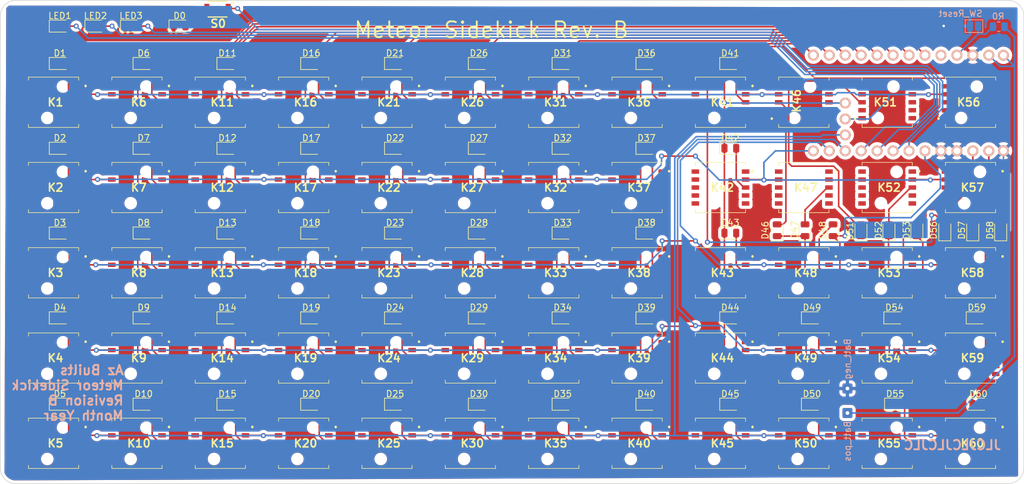
<source format=kicad_pcb>
(kicad_pcb (version 20211014) (generator pcbnew)
  (title_block (title "Meteor Sidekick") (date "2022-11-04") (rev "A") (company "Az Builts") (comment 1 "Ultra-thin wireless keyboard for large smartphones"))
  (layers (0 "F.Cu" signal) (31 "B.Cu" signal) (34 "B.Paste" user) (35 "F.Paste" user) (36 "B.SilkS" user "B.Silkscreen") (37 "F.SilkS" user "F.Silkscreen") (38 "B.Mask" user) (39 "F.Mask" user) (44 "Edge.Cuts" user))
  (net 0 "")
  (net 1 "/col_0")
  (net 2 "Net-(D1-Pad2)")
  (net 3 "Net-(D2-Pad2)")
  (net 4 "Net-(D3-Pad2)")
  (net 5 "Net-(D4-Pad2)")
  (net 6 "Net-(D5-Pad2)")
  (net 7 "/col_1")
  (net 8 "Net-(D7-Pad2)")
  (net 9 "Net-(D8-Pad2)")
  (net 10 "Net-(D9-Pad2)")
  (net 11 "Net-(D10-Pad2)")
  (net 12 "/col_2")
  (net 13 "Net-(D11-Pad2)")
  (net 14 "Net-(D13-Pad2)")
  (net 15 "Net-(D14-Pad2)")
  (net 16 "Net-(D15-Pad2)")
  (net 17 "/col_3")
  (net 18 "Net-(D16-Pad2)")
  (net 19 "Net-(D17-Pad2)")
  (net 20 "Net-(D19-Pad2)")
  (net 21 "Net-(D20-Pad2)")
  (net 22 "/col_4")
  (net 23 "Net-(D21-Pad2)")
  (net 24 "Net-(D22-Pad2)")
  (net 25 "Net-(D23-Pad2)")
  (net 26 "Net-(D25-Pad2)")
  (net 27 "/col_5")
  (net 28 "Net-(D26-Pad2)")
  (net 29 "Net-(D27-Pad2)")
  (net 30 "Net-(D28-Pad2)")
  (net 31 "Net-(D29-Pad2)")
  (net 32 "Net-(D30-Pad2)")
  (net 33 "/col_6")
  (net 34 "Net-(D32-Pad2)")
  (net 35 "Net-(D33-Pad2)")
  (net 36 "Net-(D34-Pad2)")
  (net 37 "Net-(D35-Pad2)")
  (net 38 "/col_7")
  (net 39 "Net-(D36-Pad2)")
  (net 40 "Net-(D38-Pad2)")
  (net 41 "Net-(D39-Pad2)")
  (net 42 "Net-(D40-Pad2)")
  (net 43 "/col_8")
  (net 44 "Net-(D41-Pad2)")
  (net 45 "Net-(D42-Pad2)")
  (net 46 "Net-(D44-Pad2)")
  (net 47 "Net-(D45-Pad2)")
  (net 48 "/col_9")
  (net 49 "Net-(D46-Pad2)")
  (net 50 "Net-(D47-Pad2)")
  (net 51 "Net-(D48-Pad2)")
  (net 52 "Net-(D50-Pad2)")
  (net 53 "/col_10")
  (net 54 "Net-(D51-Pad2)")
  (net 55 "Net-(D52-Pad2)")
  (net 56 "Net-(D53-Pad2)")
  (net 57 "Net-(D54-Pad2)")
  (net 58 "Net-(D55-Pad2)")
  (net 59 "/col_11")
  (net 60 "Net-(D57-Pad2)")
  (net 61 "Net-(D58-Pad2)")
  (net 62 "Net-(D59-Pad2)")
  (net 63 "Net-(D60-Pad2)")
  (net 64 "/row_0")
  (net 65 "/row_1")
  (net 66 "/row_2")
  (net 67 "/row_3")
  (net 68 "/row_4")
  (net 69 "GND")
  (net 70 "Net-(R0-Pad2)")
  (net 72 "/Batt +")
  (net 73 "/LED1")
  (net 74 "/LED2")
  (net 75 "/LED3")
  (net 85 "Net-(D6-Pad2)")
  (net 86 "Net-(D56-Pad2)")
  (net 87 "Net-(D49-Pad2)")
  (net 88 "Net-(D43-Pad2)")
  (net 89 "Net-(D37-Pad2)")
  (net 90 "Net-(D31-Pad2)")
  (net 91 "Net-(D24-Pad2)")
  (net 92 "Net-(D18-Pad2)")
  (net 93 "Net-(D12-Pad2)")
  (net 325 "Net-(D0-Pad2)")
  (net 326 "/SIDE_SWITCH")
  (footprint "KiCad:6CJ1N0PR" (layer "F.Cu") (at 177.48 78.345)
    (fp_text reference "K59")
    (fp_text value "KEYSW_10" hide)
  )
  (footprint "KiCad:6CJ1N0PR" (layer "F.Cu") (at 150.934543 37.62 180)
    (fp_text reference "K46")
    (fp_text value "KEYSW_10" hide)
  )
  (footprint "Diode_SMD:D_0805_2012Metric" (layer "F.Cu") (at 32.48 58.445)
    (fp_text reference "D3")
    (fp_text value "D")
  )
  (footprint "KiCad:6CJ1N0PR" (layer "F.Cu") (at 31.48 51.195)
    (fp_text reference "K2")
    (fp_text value "KEYSW_10" hide)
  )
  (footprint "KiCad:6CJ1N0PR" (layer "F.Cu") (at 58.025454 78.345)
    (fp_text reference "K14")
    (fp_text value "KEYSW_10" hide)
  )
  (footprint "KiCad:6CJ1N0PR" (layer "F.Cu") (at 44.752727 64.77)
    (fp_text reference "K8")
    (fp_text value "KEYSW_10" hide)
  )
  (footprint "KiCad:6CJ1N0PR" (layer "F.Cu") (at 137.661816 78.345)
    (fp_text reference "K44")
    (fp_text value "KEYSW_10" hide)
  )
  (footprint "Diode_SMD:D_0805_2012Metric" (layer "F.Cu") (at 125.88625 58.445)
    (fp_text reference "D38")
    (fp_text value "D")
  )
  (footprint "KiCad:6CJ1N0PR" (layer "F.Cu") (at 111.116362 91.92)
    (fp_text reference "K35")
    (fp_text value "KEYSW_10" hide)
  )
  (footprint "KiCad:6CJ1N0PR" (layer "F.Cu") (at 44.752727 51.195)
    (fp_text reference "K7")
    (fp_text value "KEYSW_10" hide)
  )
  (footprint "Diode_SMD:D_0805_2012Metric" (layer "F.Cu") (at 165.48 85.695)
    (fp_text reference "D55")
    (fp_text value "D")
  )
  (footprint "Diode_SMD:D_0805_2012Metric" (layer "F.Cu") (at 146.68 57.995 90)
    (fp_text reference "D46")
    (fp_text value "D")
  )
  (footprint "KiCad:6CJ1N0PR" (layer "F.Cu") (at 97.843635 37.62)
    (fp_text reference "K26")
    (fp_text value "KEYSW_10" hide)
  )
  (footprint "Diode_SMD:D_0805_2012Metric" (layer "F.Cu") (at 139.23 31.445)
    (fp_text reference "D41")
    (fp_text value "D")
  )
  (footprint "KiCad:6CJ1N0PR" (layer "F.Cu") (at 71.298181 91.92)
    (fp_text reference "K20")
    (fp_text value "KEYSW_10" hide)
  )
  (footprint "LED_SMD:LED_0805_2012Metric" (layer "F.Cu") (at 32.48 25.495)
    (fp_text reference "LED1")
    (fp_text value "LED")
  )
  (footprint "Diode_SMD:D_0805_2012Metric" (layer "F.Cu") (at 72.51125 58.445)
    (fp_text reference "D18")
    (fp_text value "D")
  )
  (footprint "KiCad:6CJ1N0PR" (layer "F.Cu") (at 71.298181 51.195)
    (fp_text reference "K17")
    (fp_text value "KEYSW_10" hide)
  )
  (footprint "Diode_SMD:D_0805_2012Metric" (layer "F.Cu") (at 164.48 57.995 90)
    (fp_text reference "D52")
    (fp_text value "D")
  )
  (footprint "Diode_SMD:D_0805_2012Metric" (layer "F.Cu") (at 125.88625 85.695)
    (fp_text reference "D40")
    (fp_text value "D")
  )
  (footprint "Diode_SMD:D_0805_2012Metric" (layer "F.Cu") (at 85.855 85.695)
    (fp_text reference "D25")
    (fp_text value "D")
  )
  (footprint "KiCad:6CJ1N0PR" (layer "F.Cu") (at 58.025454 64.77)
    (fp_text reference "K13")
    (fp_text value "KEYSW_10" hide)
  )
  (footprint "KiCad:6CJ1N0PR" (layer "F.Cu") (at 124.389089 64.77)
    (fp_text reference "K38")
    (fp_text value "KEYSW_10" hide)
  )
  (footprint "KiCad:6CJ1N0PR" (layer "F.Cu") (at 44.752727 37.62)
    (fp_text reference "K6")
    (fp_text value "KEYSW_10" hide)
  )
  (footprint "Diode_SMD:D_0805_2012Metric" (layer "F.Cu") (at 165.355 71.945)
    (fp_text reference "D54")
    (fp_text value "D")
  )
  (footprint "Diode_SMD:D_0805_2012Metric" (layer "F.Cu") (at 112.5425 44.945)
    (fp_text reference "D32")
    (fp_text value "D")
  )
  (footprint "Diode_SMD:D_0805_2012Metric" (layer "F.Cu") (at 125.88625 71.945)
    (fp_text reference "D39")
    (fp_text value "D")
  )
  (footprint "Diode_SMD:D_0805_2012Metric" (layer "F.Cu") (at 72.51125 71.945)
    (fp_text reference "D19")
    (fp_text value "D")
  )
  (footprint "Diode_SMD:D_0805_2012Metric" (layer "F.Cu") (at 59.1675 71.945)
    (fp_text reference "D14")
    (fp_text value "D")
  )
  (footprint "KiCad:6CJ1N0PR" (layer "F.Cu") (at 137.661816 37.62)
    (fp_text reference "K41")
    (fp_text value "KEYSW_10" hide)
  )
  (footprint "KiCad:6CJ1N0PR" (layer "F.Cu") (at 71.298181 64.77)
    (fp_text reference "K18")
    (fp_text value "KEYSW_10" hide)
  )
  (footprint "Diode_SMD:D_0805_2012Metric" (layer "F.Cu") (at 125.88625 31.445)
    (fp_text reference "D36")
    (fp_text value "D")
  )
  (footprint "KiCad:6CJ1N0PR" (layer "F.Cu") (at 111.116362 37.62)
    (fp_text reference "K31")
    (fp_text value "KEYSW_10" hide)
  )
  (footprint "Diode_SMD:D_0805_2012Metric" (layer "F.Cu") (at 45.82375 44.945)
    (fp_text reference "D7")
    (fp_text value "D")
  )
  (footprint "KiCad:6CJ1N0PR" (layer "F.Cu") (at 71.298181 78.345)
    (fp_text reference "K19")
    (fp_text value "KEYSW_10" hide)
  )
  (footprint "Diode_SMD:D_0805_2012Metric" (layer "F.Cu") (at 99.19875 31.445)
    (fp_text reference "D26")
    (fp_text value "D")
  )
  (footprint "KiCad:6CJ1N0PR" (layer "F.Cu") (at 177.48 91.92)
    (fp_text reference "K60")
    (fp_text value "KEYSW_10" hide)
  )
  (footprint "KiCad:6CJ1N0PR" (layer "F.Cu") (at 150.934543 78.345)
    (fp_text reference "K49")
    (fp_text value "KEYSW_10" hide)
  )
  (footprint "Diode_SMD:D_0805_2012Metric" (layer "F.Cu") (at 72.51125 44.945)
    (fp_text reference "D17")
    (fp_text value "D")
  )
  (footprint "KiCad:6CJ1N0PR" (layer "F.Cu") (at 84.570908 51.195)
    (fp_text reference "K22")
    (fp_text value "KEYSW_10" hide)
  )
  (footprint "b3u sideswitch:B3U-1000P" (layer "F.Cu") (at 57.58 22.795)
    (fp_text reference "S0")
    (fp_text value "B3U-3000P" hide)
  )
  (footprint "Diode_SMD:D_0805_2012Metric" (layer "F.Cu") (at 72.51125 85.695)
    (fp_text reference "D20")
    (fp_text value "D")
  )
  (footprint "KiCad:6CJ1N0PR" (layer "F.Cu") (at 71.298181 37.62)
    (fp_text reference "K16")
    (fp_text value "KEYSW_10" hide)
  )
  (footprint "Diode_SMD:D_0805_2012Metric" (layer "F.Cu") (at 85.855 31.445)
    (fp_text reference "D21")
    (fp_text value "D")
  )
  (footprint "KiCad:6CJ1N0PR" (layer "F.Cu") (at 84.570908 78.345)
    (fp_text reference "K24")
    (fp_text value "KEYSW_10" hide)
  )
  (footprint "Diode_SMD:D_0805_2012Metric" (layer "F.Cu") (at 173.38 57.995 90)
    (fp_text reference "D56")
    (fp_text value "D")
  )
  (footprint "Diode_SMD:D_0805_2012Metric" (layer "F.Cu") (at 178.73 85.695)
    (fp_text reference "D60")
    (fp_text value "D")
  )
  (footprint "Diode_SMD:D_0805_2012Metric" (layer "F.Cu") (at 59.1675 58.445)
    (fp_text reference "D13")
    (fp_text value "D")
  )
  (footprint "KiCad:6CJ1N0PR" (layer "F.Cu") (at 58.025454 37.62)
    (fp_text reference "K11")
    (fp_text value "KEYSW_10" hide)
  )
  (footprint "Diode_SMD:D_0805_2012Metric" (layer "F.Cu") (at 99.19875 85.695)
    (fp_text reference "D30")
    (fp_text value "D")
  )
  (footprint "Diode_SMD:D_0805_2012Metric" (layer "F.Cu") (at 85.855 58.445)
    (fp_text reference "D23")
    (fp_text value "D")
  )
  (footprint "Diode_SMD:D_0805_2012Metric" (layer "F.Cu") (at 177.83 57.995 90)
    (fp_text reference "D57")
    (fp_text value "D")
  )
  (footprint "KiCad:6CJ1N0PR" (layer "F.Cu") (at 84.570908 91.92)
    (fp_text reference "K25")
    (fp_text value "KEYSW_10" hide)
  )
  (footprint "KiCad:6CJ1N0PR" (layer "F.Cu") (at 84.570908 64.77)
    (fp_text reference "K23")
    (fp_text value "KEYSW_10" hide)
  )
  (footprint "Diode_SMD:D_0805_2012Metric" (layer "F.Cu") (at 59.1675 44.945)
    (fp_text reference "D12")
    (fp_text value "D")
  )
  (footprint "KiCad:6CJ1N0PR" (layer "F.Cu") (at 137.661816 91.92)
    (fp_text reference "K45")
    (fp_text value "KEYSW_10" hide)
  )
  (footprint "LED_SMD:LED_0805_2012Metric" (layer "F.Cu") (at 38.146666 25.495)
    (fp_text reference "LED2")
    (fp_text value "LED")
  )
  (footprint "Diode_SMD:D_0805_2012Metric" (layer "F.Cu") (at 99.19875 44.945)
    (fp_text reference "D27")
    (fp_text value "D")
  )
  (footprint "KiCad:6CJ1N0PR" (layer "F.Cu") (at 31.48 78.345)
    (fp_text reference "K4")
    (fp_text value "KEYSW_10" hide)
  )
  (footprint "KiCad:6CJ1N0PR" (layer "F.Cu") (at 97.843635 78.345)
    (fp_text reference "K29")
    (fp_text value "KEYSW_10" hide)
  )
  (footprint "KiCad:6CJ1N0PR" (layer "F.Cu") (at 97.843635 51.195)
    (fp_text reference "K27")
    (fp_text value "KEYSW_10" hide)
  )
  (footprint "KiCad:6CJ1N0PR" (layer "F.Cu") (at 124.389089 51.195)
    (fp_text reference "K37")
    (fp_text value "KEYSW_10" hide)
  )
  (footprint "Diode_SMD:D_0805_2012Metric" (layer "F.Cu") (at 139.23 85.695)
    (fp_text reference "D45")
    (fp_text value "D")
  )
  (footprint "Diode_SMD:D_0805_2012Metric" (layer "F.Cu") (at 85.855 71.945)
    (fp_text reference "D24")
    (fp_text value "D")
  )
  (footprint "Diode_SMD:D_0805_2012Metric" (layer "F.Cu") (at 32.48 44.945)
    (fp_text reference "D2")
    (fp_text value "D")
  )
  (footprint "Diode_SMD:D_0805_2012Metric" (layer "F.Cu") (at 45.82375 85.695)
    (fp_text reference "D10")
    (fp_text value "D")
  )
  (footprint "KiCad:6CJ1N0PR" (layer "F.Cu") (at 124.389089 91.92)
    (fp_text reference "K40")
    (fp_text value "KEYSW_10" hide)
  )
  (footprint "Diode_SMD:D_0805_2012Metric" (layer "F.Cu") (at 72.51125 31.445)
    (fp_text reference "D16")
    (fp_text value "D")
  )
  (footprint "Diode_SMD:D_0805_2012Metric" (layer "F.Cu") (at 99.19875 58.445)
    (fp_text reference "D28")
    (fp_text value "D")
  )
  (footprint "KiCad:6CJ1N0PR" (layer "F.Cu") (at 164.20727 37.62 180)
    (fp_text reference "K51")
    (fp_text value "KEYSW_10" hide)
  )
  (footprint "KiCad:6CJ1N0PR" (layer "F.Cu") (at 31.48 64.77)
    (fp_text reference "K3")
    (fp_text value "KEYSW_10" hide)
  )
  (footprint "Diode_SMD:D_0805_2012Metric" (layer "F.Cu") (at 152.23 85.695)
    (fp_text reference "D50")
    (fp_text value "D")
  )
  (footprint "Diode_SMD:D_0805_2012Metric" (layer "F.Cu") (at 151.13 57.995 90)
    (fp_text reference "D47")
    (fp_text value "D")
  )
  (footprint "Diode_SMD:D_0805_2012Metric" (layer "F.Cu") (at 139.23 71.945)
    (fp_text reference "D44")
    (fp_text value "D")
  )
  (footprint "KiCad:6CJ1N0PR" (layer "F.Cu") (at 31.48 91.92)
    (fp_text reference "K5")
    (fp_text value "KEYSW_10" hide)
  )
  (footprint "KiCad:6CJ1N0PR" (layer "F.Cu") (at 97.843635 91.92)
    (fp_text reference "K30")
    (fp_text value "KEYSW_10" hide)
  )
  (footprint "KiCad:6CJ1N0PR" (layer "F.Cu") (at 111.116362 78.345)
    (fp_text reference "K34")
    (fp_text value "KEYSW_10" hide)
  )
  (footprint "KiCad:6CJ1N0PR" (layer "F.Cu") (at 164.20727 91.92)
    (fp_text reference "K55")
    (fp_text value "KEYSW_10" hide)
  )
  (footprint "Diode_SMD:D_0805_2012Metric" (layer "F.Cu") (at 45.82375 71.945)
    (fp_text reference "D9")
    (fp_text value "D")
  )
  (footprint "KiCad:6CJ1N0PR" (layer "F.Cu") (at 150.934543 64.77)
    (fp_text reference "K48")
    (fp_text value "KEYSW_10" hide)
  )
  (footprint "KiCad:6CJ1N0PR" (layer "F.Cu") (at 164.20727 78.345)
    (fp_text reference "K54")
    (fp_text value "KEYSW_10" hide)
  )
  (footprint "Diode_SMD:D_0805_2012Metric" (layer "F.Cu") (at 112.5425 71.945)
    (fp_text reference "D34")
    (fp_text value "D")
  )
  (footprint "Diode_SMD:D_0805_2012Metric" (layer "F.Cu") (at 178.48 71.945)
    (fp_text reference "D59")
    (fp_text value "D")
  )
  (footprint "KiCad:6CJ1N0PR" (layer "F.Cu") (at 177.48 37.62 180)
    (fp_text reference "K56")
    (fp_text value "KEYSW_10" hide)
  )
  (footprint "Diode_SMD:D_0805_2012Metric" (layer "F.Cu") (at 139.23 58.445)
    (fp_text reference "D43")
    (fp_text value "D")
  )
  (footprint "KiCad:6CJ1N0PR" (layer "F.Cu") (at 137.661816 64.77)
    (fp_text reference "K43")
    (fp_text value "KEYSW_10" hide)
  )
  (footprint "Diode_SMD:D_0805_2012Metric" (layer "F.Cu") (at 51.5425 25.495)
    (fp_text reference "D0")
    (fp_text value "D")
  )
  (footprint "KiCad:6CJ1N0PR" (layer "F.Cu") (at 137.661816 51.195)
    (fp_text reference "K42")
    (fp_text value "KEYSW_10" hide)
  )
  (footprint "Diode_SMD:D_0805_2012Metric" (layer "F.Cu") (at 32.48 31.445)
    (fp_text reference "D1")
    (fp_text value "D")
  )
  (footprint "Diode_SMD:D_0805_2012Metric" (layer "F.Cu") (at 32.48 71.945)
    (fp_text reference "D4")
    (fp_text value "D")
  )
  (footprint "Diode_SMD:D_0805_2012Metric" (layer "F.Cu") (at 112.5425 58.445)
    (fp_text reference "D33")
    (fp_text value "D")
  )
  (footprint "KiCad:6CJ1N0PR" (layer "F.Cu") (at 58.025454 51.195)
    (fp_text reference "K12")
    (fp_text value "KEYSW_10" hide)
  )
  (footprint "KiCad:6CJ1N0PR" (layer "F.Cu") (at 44.752727 78.345)
    (fp_text reference "K9")
    (fp_text value "KEYSW_10" hide)
  )
  (footprint "KiCad:6CJ1N0PR" (layer "F.Cu") (at 44.752727 91.92)
    (fp_text reference "K10")
    (fp_text value "KEYSW_10" hide)
  )
  (footprint "Diode_SMD:D_0805_2012Metric" (layer "F.Cu") (at 45.82375 31.445)
    (fp_text reference "D6")
    (fp_text value "D")
  )
  (footprint "Diode_SMD:D_0805_2012Metric" (layer "F.Cu") (at 152.23 71.945)
    (fp_text reference "D49")
    (fp_text value "D")
  )
  (footprint "KiCad:6CJ1N0PR" (layer "F.Cu") (at 150.934543 51.195)
    (fp_text reference "K47")
    (fp_text value "KEYSW_10" hide)
  )
  (footprint "KiCad:6CJ1N0PR" (layer "F.Cu") (at 31.48 37.62)
    (fp_text reference "K1")
    (fp_text value "KEYSW_10" hide)
  )
  (footprint "KiCad:6CJ1N0PR" (layer "F.Cu") (at 58.025454 91.92)
    (fp_text reference "K15")
    (fp_text value "KEYSW_10" hide)
  )
  (footprint "Diode_SMD:D_0805_2012Metric" (layer "F.Cu") (at 160.03 57.995 90)
    (fp_text reference "D51")
    (fp_text value "D")
  )
  (footprint "KiCad:6CJ1N0PR" (layer "F.Cu") (at 150.934543 91.92)
    (fp_text reference "K50")
    (fp_text value "KEYSW_10" hide)
  )
  (footprint "Diode_SMD:D_0805_2012Metric" (layer "F.Cu") (at 182.28 57.995 90)
    (fp_text reference "D58")
    (fp_text value "D")
  )
  (footprint "Diode_SMD:D_0805_2012Metric" (layer "F.Cu") (at 112.5425 31.445)
    (fp_text reference "D31")
    (fp_text value "D")
  )
  (footprint "Diode_SMD:D_0805_2012Metric" (layer "F.Cu") (at 139.23 44.945)
    (fp_text reference "D42")
    (fp_text value "D")
  )
  (footprint "KiCad:6CJ1N0PR" (layer "F.Cu") (at 84.570908 37.62)
    (fp_text reference "K21")
    (fp_text value "KEYSW_10" hide)
  )
  (footprint "Diode_SMD:D_0805_2012Metric" (layer "F.Cu") (at 168.93 57.995 90)
    (fp_text reference "D53")
    (fp_text value "D")
  )
  (footprint "Diode_SMD:D_0805_2012Metric" (layer "F.Cu") (at 99.19875 71.945)
    (fp_text reference "D29")
    (fp_text value "D")
  )
  (footprint "Diode_SMD:D_0805_2012Metric" (layer "F.Cu") (at 85.855 44.945)
    (fp_text reference "D22")
    (fp_text value "D")
  )
  (footprint "KiCad:6CJ1N0PR" (layer "F.Cu") (at 124.389089 78.345)
    (fp_text reference "K39")
    (fp_text value "KEYSW_10" hide)
  )
  (footprint "KiCad:6CJ1N0PR" (layer "F.Cu") (at 97.843635 64.77)
    (fp_text reference "K28")
    (fp_text value "KEYSW_10" hide)
  )
  (footprint "Diode_SMD:D_0805_2012Metric" (layer "F.Cu") (at 125.88625 44.945)
    (fp_text reference "D37")
    (fp_text value "D")
  )
  (footprint "KiCad:6CJ1N0PR" (layer "F.Cu") (at 111.116362 51.195)
    (fp_text reference "K32")
    (fp_text value "KEYSW_10" hide)
  )
  (footprint "Diode_SMD:D_0805_2012Metric" (layer "F.Cu") (at 59.1675 85.695)
    (fp_text reference "D15")
    (fp_text value "D")
  )
  (footprint "KiCad:6CJ1N0PR" (layer "F.Cu") (at 177.48 64.77)
    (fp_text reference "K58")
    (fp_text value "KEYSW_10" hide)
  )
  (footprint "Diode_SMD:D_0805_2012Metric" (layer "F.Cu") (at 59.1675 31.445)
    (fp_text reference "D11")
    (fp_text value "D")
  )
  (footprint "KiCad:6CJ1N0PR" (layer "F.Cu") (at 164.20727 51.195)
    (fp_text reference "K52")
    (fp_text value "KEYSW_10" hide)
  )
  (footprint "Diode_SMD:D_0805_2012Metric" (layer "F.Cu") (at 112.5425 85.695)
    (fp_text reference "D35")
    (fp_text value "D")
  )
  (footprint "LED_SMD:LED_0805_2012Metric" (layer "F.Cu") (at 43.813332 25.495)
    (fp_text reference "LED3")
    (fp_text value "LED")
  )
  (footprint "KiCad:6CJ1N0PR" (layer "F.Cu") (at 164.20727 64.77)
    (fp_text reference "K53")
    (fp_text value "KEYSW_10" hide)
  )
  (footprint "KiCad:6CJ1N0PR" (layer "F.Cu") (at 124.389089 37.62)
    (fp_text reference "K36")
    (fp_text value "KEYSW_10" hide)
  )
  (footprint "KiCad:6CJ1N0PR" (layer "F.Cu") (at 177.48 51.195)
    (fp_text reference "K57")
    (fp_text value "KEYSW_10" hide)
  )
  (footprint "KiCad:6CJ1N0PR" (layer "F.Cu") (at 111.116362 64.77)
    (fp_text reference "K33")
    (fp_text value "KEYSW_10" hide)
  )
  (footprint "Diode_SMD:D_0805_2012Metric" (layer "F.Cu") (at 32.48 85.695)
    (fp_text reference "D5")
    (fp_text value "D")
  )
  (footprint "Diode_SMD:D_0805_2012Metric" (layer "F.Cu") (at 45.82375 58.445)
    (fp_text reference "D8")
    (fp_text value "D")
  )
  (footprint "Diode_SMD:D_0805_2012Metric" (layer "F.Cu") (at 155.58 57.995 90)
    (fp_text reference "D48")
    (fp_text value "D")
  )
  (footprint "Connector_Wire:SolderWire-0.1sqmm_1x01_D0.4mm_OD1mm" (layer "B.Cu") (at 157.88 87.095)
    (fp_text reference "Batt_pos")
    (fp_text value "Conn_01x01")
  )
  (footprint "Jumper:SolderJumper-2_P1.3mm_Open_Pad1.0x1.5mm" (layer "B.Cu") (at 178.03 25.495)
    (fp_text reference "SW_Reset")
    (fp_text value "SW_Reset")
  )
  (footprint "nice-nano-kicad:nice_nano_v2" (layer "B.Cu") (at 166.42 37.74 180)
    (fp_text reference "U1" hide)
    (fp_text value "nice_nano_v2" hide)
  )
  (footprint "Resistor_SMD:R_0805_2012Metric" (layer "B.Cu") (at 181.9675 25.595 180)
    (fp_text reference "R0")
    (fp_text value "R")
  )
  (footprint "Connector_Wire:SolderWire-0.1sqmm_1x01_D0.4mm_OD1mm" (layer "B.Cu") (at 157.88 83.195)
    (fp_text reference "Batt_neg")
    (fp_text value "Conn_01x01")
  )
  (gr_arc locked (start 22.997767 23.887767) (mid 23.730001 22.120001) (end 25.497767 21.387767) (layer "Edge.Cuts") (width 0.1))
  (gr_line locked (start 185.962233 95.852233) (end 185.962233 23.887767) (layer "Edge.Cuts") (width 0.1))
  (gr_arc locked (start 183.462233 21.387767) (mid 185.22999 22.12001) (end 185.962233 23.887767) (layer "Edge.Cuts") (width 0.1))
  (gr_line locked (start 183.462233 98.352233) (end 25.497767 98.352233) (layer "Edge.Cuts") (width 0.1))
  (gr_line locked (start 183.462233 21.387767) (end 25.497767 21.387767) (layer "Edge.Cuts") (width 0.1))
  (gr_arc locked (start 25.497767 98.352233) (mid 23.730001 97.619999) (end 22.997767 95.852233) (layer "Edge.Cuts") (width 0.1))
  (gr_arc locked (start 185.962233 95.852233) (mid 185.22999 97.61999) (end 183.462233 98.352233) (layer "Edge.Cuts") (width 0.1))
  (gr_line locked (start 22.997767 23.887767) (end 22.997767 95.852233) (layer "Edge.Cuts") (width 0.1))
  (gr_text "JLCJLCJLCJLC" (at 174.58 92.195) (layer "B.SilkS") (effects (font (size 1.5 1.5) (thickness 0.3)) (justify mirror)))
  (gr_text "Az Builts\nMeteor Sidekick\nRevision B\nMonth Year" (at 42.78 83.895) (layer "B.SilkS") (effects (font (size 1.5 1.5) (thickness 0.3)) (justify left mirror)))
  (gr_text "Meteor Sidekick Rev. B" (at 101.18 26.095) (layer "F.SilkS") (effects (font (size 2.5 2.5) (thickness 0.3))))
  (segment locked (start 59.857208 28.545) (end 63.257208 25.145) (width 0.25) (layer "F.Cu") (net 1))
  (segment locked (start 165.255 25.145) (end 170.23 30.12) (width 0.25) (layer "F.Cu") (net 1))
  (segment locked (start 31.5425 44.945) (end 31.5425 31.445) (width 0.25) (layer "F.Cu") (net 1))
  (segment locked (start 31.5425 31.2325) (end 34.23 28.545) (width 0.25) (layer "F.Cu") (net 1))
  (segment locked (start 31.5425 71.945) (end 31.5425 85.695) (width 0.25) (layer "F.Cu") (net 1))
  (segment locked (start 31.5425 58.445) (end 31.5425 71.945) (width 0.25) (layer "F.Cu") (net 1))
  (segment locked (start 63.257208 25.145) (end 165.255 25.145) (width 0.25) (layer "F.Cu") (net 1))
  (segment locked (start 31.5425 31.445) (end 31.5425 31.2325) (width 0.25) (layer "F.Cu") (net 1))
  (segment locked (start 34.23 28.545) (end 59.857208 28.545) (width 0.25) (layer "F.Cu") (net 1))
  (segment locked (start 31.5425 44.945) (end 31.5425 58.445) (width 0.25) (layer "F.Cu") (net 1))
  (segment locked (start 33.4175 31.445) (end 33.855001 31.882501) (width 0.25) (layer "F.Cu") (net 2))
  (segment locked (start 33.88 31.9075) (end 33.4175 31.445) (width 0.25) (layer "F.Cu") (net 2))
  (segment locked (start 33.855001 31.882501) (end 33.855001 36.245001) (width 0.25) (layer "F.Cu") (net 2))
  (segment locked (start 33.855001 36.245001) (end 35.23 37.62) (width 0.25) (layer "F.Cu") (net 2))
  (segment locked (start 35.23 37.62) (end 35.48 37.62) (width 0.25) (layer "F.Cu") (net 2))
  (segment locked (start 33.855001 45.382501) (end 33.4175 44.945) (width 0.25) (layer "F.Cu") (net 3))
  (segment locked (start 35.15 51.195) (end 33.855001 49.900001) (width 0.25) (layer "F.Cu") (net 3))
  (segment locked (start 33.855001 49.900001) (end 33.855001 45.382501) (width 0.25) (layer "F.Cu") (net 3))
  (segment locked (start 35.48 51.195) (end 35.15 51.195) (width 0.25) (layer "F.Cu") (net 3))
  (segment locked (start 33.98 63.52) (end 33.98 59.0075) (width 0.25) (layer "F.Cu") (net 4))
  (segment locked (start 35.48 64.77) (end 35.23 64.77) (width 0.25) (layer "F.Cu") (net 4))
  (segment locked (start 33.98 59.0075) (end 33.4175 58.445) (width 0.25) (layer "F.Cu") (net 4))
  (segment locked (start 35.23 64.77) (end 33.98 63.52) (width 0.25) (layer "F.Cu") (net 4))
  (segment locked (start 35.48 78.345) (end 35.23 78.345) (width 0.25) (layer "F.Cu") (net 5))
  (segment locked (start 35.23 78.345) (end 33.855001 76.970001) (width 0.25) (layer "F.Cu") (net 5))
  (segment locked (start 33.855001 76.970001) (end 33.855001 72.382501) (width 0.25) (layer "F.Cu") (net 5))
  (segment locked (start 33.855001 72.382501) (end 33.4175 71.945) (width 0.25) (layer "F.Cu") (net 5))
  (segment locked (start 33.88 86.1575) (end 33.4175 85.695) (width 0.25) (layer "F.Cu") (net 6))
  (segment locked (start 35.23 91.92) (end 33.88 90.57) (width 0.25) (layer "F.Cu") (net 6))
  (segment locked (start 35.48 91.92) (end 35.23 91.92) (width 0.25) (layer "F.Cu") (net 6))
  (segment locked (start 33.88 90.57) (end 33.88 86.1575) (width 0.25) (layer "F.Cu") (net 6))
  (segment locked (start 44.88625 71.945) (end 44.88625 58.445) (width 0.25) (layer "F.Cu") (net 7))
  (segment locked (start 63.443604 25.595) (end 163.165 25.595) (width 0.25) (layer "F.Cu") (net 7))
  (segment locked (start 44.88625 85.695) (end 44.88625 71.945) (width 0.25) (layer "F.Cu") (net 7))
  (segment locked (start 44.88625 31.445) (end 44.88625 44.945) (width 0.25) (layer "F.Cu") (net 7))
  (segment locked (start 44.88625 31.445) (end 47.33625 28.995) (width 0.25) (layer "F.Cu") (net 7))
  (segment locked (start 44.88625 44.945) (end 44.88625 58.445) (width 0.25) (layer "F.Cu") (net 7))
  (segment locked (start 47.33625 28.995) (end 60.043604 28.995) (width 0.25) (layer "F.Cu") (net 7))
  (segment locked (start 60.043604 28.995) (end 63.443604 25.595) (width 0.25) (layer "F.Cu") (net 7))
  (segment locked (start 163.165 25.595) (end 167.69 30.12) (width 0.25) (layer "F.Cu") (net 7))
  (segment locked (start 48.752727 51.195) (end 48.422727 51.195) (width 0.25) (layer "F.Cu") (net 8))
  (segment locked (start 47.127728 45.311478) (end 46.76125 44.945) (width 0.25) (layer "F.Cu") (net 8))
  (segment locked (start 47.127728 49.900001) (end 47.127728 45.311478) (width 0.25) (layer "F.Cu") (net 8))
  (segment locked (start 48.422727 51.195) (end 47.127728 49.900001) (width 0.25) (layer "F.Cu") (net 8))
  (segment locked (start 47.127728 58.811478) (end 46.76125 58.445) (width 0.25) (layer "F.Cu") (net 9))
  (segment locked (start 48.502727 64.77) (end 47.127728 63.395001) (width 0.25) (layer "F.Cu") (net 9))
  (segment locked (start 47.127728 63.395001) (end 47.127728 58.811478) (width 0.25) (layer "F.Cu") (net 9))
  (segment locked (start 48.752727 64.77) (end 48.502727 64.77) (width 0.25) (layer "F.Cu") (net 9))
  (segment locked (start 48.502727 78.345) (end 47.18 77.022273) (width 0.25) (layer "F.Cu") (net 10))
  (segment locked (start 47.18 77.022273) (end 47.18 72.36375) (width 0.25) (layer "F.Cu") (net 10))
  (segment locked (start 48.752727 78.345) (end 48.502727 78.345) (width 0.25) (layer "F.Cu") (net 10))
  (segment locked (start 47.18 72.36375) (end 46.76125 71.945) (width 0.25) (layer "F.Cu") (net 10))
  (segment locked (start 48.422727 91.92) (end 47.18 90.677273) (width 0.25) (layer "F.Cu") (net 11))
  (segment locked (start 47.18 86.11375) (end 46.76125 85.695) (width 0.25) (layer "F.Cu") (net 11))
  (segment locked (start 47.18 90.677273) (end 47.18 86.11375) (width 0.25) (layer "F.Cu") (net 11))
  (segment locked (start 48.752727 91.92) (end 48.422727 91.92) (width 0.25) (layer "F.Cu") (net 11))
  (segment locked (start 58.23 71.945) (end 58.23 85.695) (width 0.25) (layer "F.Cu") (net 12))
  (segment locked (start 161.075 26.045) (end 63.63 26.045) (width 0.25) (layer "F.Cu") (net 12))
  (segment locked (start 58.23 58.445) (end 58.23 71.945) (width 0.25) (layer "F.Cu") (net 12))
  (segment locked (start 165.15 30.12) (end 161.075 26.045) (width 0.25) (layer "F.Cu") (net 12))
  (segment locked (start 58.23 44.945) (end 58.23 58.445) (width 0.25) (layer "F.Cu") (net 12))
  (segment locked (start 63.63 26.045) (end 58.23 31.445) (width 0.25) (layer "F.Cu") (net 12))
  (segment locked (start 58.23 31.445) (end 58.23 44.945) (width 0.25) (layer "F.Cu") (net 12))
  (segment locked (start 60.68 32.02) (end 60.105 31.445) (width 0.25) (layer "F.Cu") (net 13))
  (segment locked (start 62.025454 37.62) (end 61.695454 37.62) (width 0.25) (layer "F.Cu") (net 13))
  (segment locked (start 60.68 36.604546) (end 60.68 32.02) (width 0.25) (layer "F.Cu") (net 13))
  (segment locked (start 61.695454 37.62) (end 60.68 36.604546) (width 0.25) (layer "F.Cu") (net 13))
  (segment locked (start 60.48 63.554546) (end 60.48 58.82) (width 0.25) (layer "F.Cu") (net 14))
  (segment locked (start 62.025454 64.77) (end 61.695454 64.77) (width 0.25) (layer "F.Cu") (net 14))
  (segment locked (start 60.48 58.82) (end 60.105 58.445) (width 0.25) (layer "F.Cu") (net 14))
  (segment locked (start 61.695454 64.77) (end 60.48 63.554546) (width 0.25) (layer "F.Cu") (net 14))
  (segment locked (start 60.400455 77.050001) (end 60.400455 72.240455) (width 0.25) (layer "F.Cu") (net 15))
  (segment locked (start 62.025454 78.345) (end 61.695454 78.345) (width 0.25) (layer "F.Cu") (net 15))
  (segment locked (start 61.695454 78.345) (end 60.400455 77.050001) (width 0.25) (layer "F.Cu") (net 15))
  (segment locked (start 60.400455 72.240455) (end 60.105 71.945) (width 0.25) (layer "F.Cu") (net 15))
  (segment locked (start 60.48 86.07) (end 60.105 85.695) (width 0.25) (layer "F.Cu") (net 16))
  (segment locked (start 60.48 90.624546) (end 60.48 86.07) (width 0.25) (layer "F.Cu") (net 16))
  (segment locked (start 62.025454 91.92) (end 61.775454 91.92) (width 0.25) (layer "F.Cu") (net 16))
  (segment locked (start 61.775454 91.92) (end 60.48 90.624546) (width 0.25) (layer "F.Cu") (net 16))
  (segment locked (start 71.57375 71.945) (end 71.57375 58.445) (width 0.25) (layer "F.Cu") (net 17))
  (segment locked (start 71.57375 71.945) (end 71.57375 85.695) (width 0.25) (layer "F.Cu") (net 17))
  (segment locked (start 71.57375 44.945) (end 71.57375 31.445) (width 0.25) (layer "F.Cu") (net 17))
  (segment locked (start 76.52375 26.495) (end 71.57375 31.445) (width 0.25) (layer "F.Cu") (net 17))
  (segment locked (start 71.57375 44.945) (end 71.57375 58.445) (width 0.25) (layer "F.Cu") (net 17))
  (segment locked (start 162.61 30.12) (end 158.985 26.495) (width 0.25) (layer "F.Cu") (net 17))
  (segment locked (start 158.985 26.495) (end 76.52375 26.495) (width 0.25) (layer "F.Cu") (net 17))
  (segment locked (start 75.048181 37.62) (end 73.673182 36.245001) (width 0.25) (layer "F.Cu") (net 18))
  (segment locked (start 73.673182 36.245001) (end 73.673182 31.669432) (width 0.25) (layer "F.Cu") (net 18))
  (segment locked (start 75.298181 37.62) (end 75.048181 37.62) (width 0.25) (layer "F.Cu") (net 18))
  (segment locked (start 73.673182 31.669432) (end 73.44875 31.445) (width 0.25) (layer "F.Cu") (net 18))
  (segment locked (start 73.88 45.37625) (end 73.44875 44.945) (width 0.25) (layer "F.Cu") (net 19))
  (segment locked (start 75.298181 51.195) (end 74.968181 51.195) (width 0.25) (layer "F.Cu") (net 19))
  (segment locked (start 73.88 50.106819) (end 73.88 45.37625) (width 0.25) (layer "F.Cu") (net 19))
  (segment locked (start 74.968181 51.195) (end 73.88 50.106819) (width 0.25) (layer "F.Cu") (net 19))
  (segment locked (start 75.298181 78.345) (end 75.048181 78.345) (width 0.25) (layer "F.Cu") (net 20))
  (segment locked (start 73.673182 72.169432) (end 73.44875 71.945) (width 0.25) (layer "F.Cu") (net 20))
  (segment locked (start 73.673182 76.970001) (end 73.673182 72.169432) (width 0.25) (layer "F.Cu") (net 20))
  (segment locked (start 75.048181 78.345) (end 73.673182 76.970001) (width 0.25) (layer "F.Cu") (net 20))
  (segment locked (start 74.968181 91.92) (end 73.78 90.731819) (width 0.25) (layer "F.Cu") (net 21))
  (segment locked (start 75.298181 91.92) (end 74.968181 91.92) (width 0.25) (layer "F.Cu") (net 21))
  (segment locked (start 73.78 86.02625) (end 73.44875 85.695) (width 0.25) (layer "F.Cu") (net 21))
  (segment locked (start 73.78 90.731819) (end 73.78 86.02625) (width 0.25) (layer "F.Cu") (net 21))
  (segment locked (start 89.4175 26.945) (end 84.9175 31.445) (width 0.25) (layer "F.Cu") (net 22))
  (segment locked (start 84.9175 85.695) (end 84.9175 71.945) (width 0.25) (layer "F.Cu") (net 22))
  (segment locked (start 160.07 30.12) (end 156.895 26.945) (width 0.25) (layer "F.Cu") (net 22))
  (segment locked (start 84.9175 44.945) (end 84.9175 58.445) (width 0.25) (layer "F.Cu") (net 22))
  (segment locked (start 156.895 26.945) (end 89.4175 26.945) (width 0.25) (layer "F.Cu") (net 22))
  (segment locked (start 84.9175 58.445) (end 84.9175 71.945) (width 0.25) (layer "F.Cu") (net 22))
  (segment locked (start 84.9175 31.445) (end 84.9175 44.945) (width 0.25) (layer "F.Cu") (net 22))
  (segment locked (start 86.945909 36.245001) (end 86.945909 31.598409) (width 0.25) (layer "F.Cu") (net 23))
  (segment locked (start 86.945909 31.598409) (end 86.7925 31.445) (width 0.25) (layer "F.Cu") (net 23))
  (segment locked (start 88.320908 37.62) (end 86.945909 36.245001) (width 0.25) (layer "F.Cu") (net 23))
  (segment locked (start 88.570908 37.62) (end 88.320908 37.62) (width 0.25) (layer "F.Cu") (net 23))
  (segment locked (start 88.240908 51.195) (end 87.08 50.034092) (width 0.25) (layer "F.Cu") (net 24))
  (segment locked (start 87.08 50.034092) (end 87.08 45.2325) (width 0.25) (layer "F.Cu") (net 24))
  (segment locked (start 88.570908 51.195) (end 88.240908 51.195) (width 0.25) (layer "F.Cu") (net 24))
  (segment locked (start 87.08 45.2325) (end 86.7925 44.945) (width 0.25) (layer "F.Cu") (net 24))
  (segment locked (start 88.570908 64.77) (end 88.320908 64.77) (width 0.25) (layer "F.Cu") (net 25))
  (segment locked (start 88.320908 64.77) (end 86.945909 63.395001) (width 0.25) (layer "F.Cu") (net 25))
  (segment locked (start 86.945909 63.395001) (end 86.945909 58.598409) (width 0.25) (layer "F.Cu") (net 25))
  (segment locked (start 86.945909 58.598409) (end 86.7925 58.445) (width 0.25) (layer "F.Cu") (net 25))
  (segment locked (start 88.240908 91.92) (end 86.98 90.659092) (width 0.25) (layer "F.Cu") (net 26))
  (segment locked (start 88.570908 91.92) (end 88.240908 91.92) (width 0.25) (layer "F.Cu") (net 26))
  (segment locked (start 86.98 85.8825) (end 86.7925 85.695) (width 0.25) (layer "F.Cu") (net 26))
  (segment locked (start 86.98 90.659092) (end 86.98 85.8825) (width 0.25) (layer "F.Cu") (net 26))
  (segment locked (start 157.53 30.12) (end 154.805 27.395) (width 0.25) (layer "F.Cu") (net 27))
  (segment locked (start 98.26125 31.445) (end 98.26125 44.945) (width 0.25) (layer "F.Cu") (net 27))
  (segment locked (start 98.26125 71.945) (end 98.26125 85.695) (width 0.25) (layer "F.Cu") (net 27))
  (segment locked (start 154.805 27.395) (end 102.31125 27.395) (width 0.25) (layer "F.Cu") (net 27))
  (segment locked (start 98.26125 58.445) (end 98.26125 71.945) (width 0.25) (layer "F.Cu") (net 27))
  (segment locked (start 102.31125 27.395) (end 98.26125 31.445) (width 0.25) (layer "F.Cu") (net 27))
  (segment locked (start 98.26125 44.945) (end 98.26125 58.445) (width 0.25) (layer "F.Cu") (net 27))
  (segment locked (start 100.28 36.306365) (end 100.28 31.58875) (width 0.25) (layer "F.Cu") (net 28))
  (segment locked (start 101.593635 37.62) (end 100.28 36.306365) (width 0.25) (layer "F.Cu") (net 28))
  (segment locked (start 100.28 31.58875) (end 100.13625 31.445) (width 0.25) (layer "F.Cu") (net 28))
  (segment locked (start 101.843635 37.62) (end 101.593635 37.62) (width 0.25) (layer "F.Cu") (net 28))
  (segment locked (start 101.843635 51.195) (end 101.593635 51.195) (width 0.25) (layer "F.Cu") (net 29))
  (segment locked (start 101.593635 51.195) (end 100.218636 49.820001) (width 0.25) (layer "F.Cu") (net 29))
  (segment locked (start 100.218636 45.027386) (end 100.13625 44.945) (width 0.25) (layer "F.Cu") (net 29))
  (segment locked (start 100.218636 49.820001) (end 100.218636 45.027386) (width 0.25) (layer "F.Cu") (net 29))
  (segment locked (start 100.218636 58.527386) (end 100.13625 58.445) (width 0.25) (layer "F.Cu") (net 30))
  (segment locked (start 101.593635 64.77) (end 100.218636 63.395001) (width 0.25) (layer "F.Cu") (net 30))
  (segment locked (start 101.843635 64.77) (end 101.593635 64.77) (width 0.25) (layer "F.Cu") (net 30))
  (segment locked (start 100.218636 63.395001) (end 100.218636 58.527386) (width 0.25) (layer "F.Cu") (net 30))
  (segment locked (start 100.218636 76.970001) (end 100.218636 72.027386) (width 0.25) (layer "F.Cu") (net 31))
  (segment locked (start 101.593635 78.345) (end 100.218636 76.970001) (width 0.25) (layer "F.Cu") (net 31))
  (segment locked (start 101.843635 78.345) (end 101.593635 78.345) (width 0.25) (layer "F.Cu") (net 31))
  (segment locked (start 100.218636 72.027386) (end 100.13625 71.945) (width 0.25) (layer "F.Cu") (net 31))
  (segment locked (start 100.218636 85.777386) (end 100.13625 85.695) (width 0.25) (layer "F.Cu") (net 32))
  (segment locked (start 101.593635 91.92) (end 100.218636 90.545001) (width 0.25) (layer "F.Cu") (net 32))
  (segment locked (start 100.218636 90.545001) (end 100.218636 85.777386) (width 0.25) (layer "F.Cu") (net 32))
  (segment locked (start 101.843635 91.92) (end 101.593635 91.92) (width 0.25) (layer "F.Cu") (net 32))
  (segment locked (start 154.99 30.12) (end 152.715 27.845) (width 0.25) (layer "F.Cu") (net 33))
  (segment locked (start 111.605 58.445) (end 111.605 71.945) (width 0.25) (layer "F.Cu") (net 33))
  (segment locked (start 115.205 27.845) (end 111.605 31.445) (width 0.25) (layer "F.Cu") (net 33))
  (segment locked (start 111.605 44.945) (end 111.605 58.445) (width 0.25) (layer "F.Cu") (net 33))
  (segment locked (start 111.605 31.445) (end 111.605 44.945) (width 0.25) (layer "F.Cu") (net 33))
  (segment locked (start 111.605 85.695) (end 111.605 71.945) (width 0.25) (layer "F.Cu") (net 33))
  (segment locked (start 152.715 27.845) (end 115.205 27.845) (width 0.25) (layer "F.Cu") (net 33))
  (segment locked (start 113.78 45.245) (end 113.48 44.945) (width 0.25) (layer "F.Cu") (net 34))
  (segment locked (start 114.786362 51.195) (end 113.78 50.188638) (width 0.25) (layer "F.Cu") (net 34))
  (segment locked (start 113.78 50.188638) (end 113.78 45.245) (width 0.25) (layer "F.Cu") (net 34))
  (segment locked (start 115.116362 51.195) (end 114.786362 51.195) (width 0.25) (layer "F.Cu") (net 34))
  (segment locked (start 113.58 63.483638) (end 113.58 59.195) (width 0.25) (layer "F.Cu") (net 35))
  (segment locked (start 114.866362 64.77) (end 113.58 63.483638) (width 0.25) (layer "F.Cu") (net 35))
  (segment locked (start 115.116362 64.77) (end 114.866362 64.77) (width 0.25) (layer "F.Cu") (net 35))
  (segment locked (start 114.866362 78.345) (end 113.78 77.258638) (width 0.25) (layer "F.Cu") (net 36))
  (segment locked (start 113.78 72.245) (end 113.48 71.945) (width 0.25) (layer "F.Cu") (net 36))
  (segment locked (start 115.116362 78.345) (end 114.866362 78.345) (width 0.25) (layer "F.Cu") (net 36))
  (segment locked (start 113.78 77.258638) (end 113.78 72.245) (width 0.25) (layer "F.Cu") (net 36))
  (segment locked (start 115.116362 91.92) (end 114.866362 91.92) (width 0.25) (layer "F.Cu") (net 37))
  (segment locked (start 113.491363 90.545001) (end 113.491363 85.706363) (width 0.25) (layer "F.Cu") (net 37))
  (segment locked (start 113.491363 85.706363) (end 113.48 85.695) (width 0.25) (layer "F.Cu") (net 37))
  (segment locked (start 114.866362 91.92) (end 113.491363 90.545001) (width 0.25) (layer "F.Cu") (net 37))
  (segment locked (start 150.625 28.295) (end 128.09875 28.295) (width 0.25) (layer "F.Cu") (net 38))
  (segment locked (start 152.45 30.12) (end 150.625 28.295) (width 0.25) (layer "F.Cu") (net 38))
  (segment locked (start 124.94875 71.945) (end 124.94875 85.695) (width 0.25) (layer "F.Cu") (net 38))
  (segment locked (start 124.94875 44.945) (end 124.94875 58.445) (width 0.25) (layer "F.Cu") (net 38))
  (segment locked (start 124.94875 58.445) (end 124.94875 71.945) (width 0.25) (layer "F.Cu") (net 38))
  (segment locked (start 124.94875 31.445) (end 124.94875 44.945) (width 0.25) (layer "F.Cu") (net 38))
  (segment locked (start 128.09875 28.295) (end 124.94875 31.445) (width 0.25) (layer "F.Cu") (net 38))
  (segment locked (start 126.82375 36.304661) (end 126.82375 31.445) (width 0.25) (layer "F.Cu") (net 39))
  (segment locked (start 128.389089 37.62) (end 128.139089 37.62) (width 0.25) (layer "F.Cu") (net 39))
  (segment locked (start 128.139089 37.62) (end 126.82375 36.304661) (width 0.25) (layer "F.Cu") (net 39))
  (segment locked (start 126.82375 63.454661) (end 126.82375 58.445) (width 0.25) (layer "F.Cu") (net 40))
  (segment locked (start 128.139089 64.77) (end 126.82375 63.454661) (width 0.25) (layer "F.Cu") (net 40))
  (segment locked (start 128.389089 64.77) (end 128.139089 64.77) (width 0.25) (layer "F.Cu") (net 40))
  (segment locked (start 128.389089 78.345) (end 128.139089 78.345) (width 0.25) (layer "F.Cu") (net 41))
  (segment locked (start 126.82375 77.029661) (end 126.82375 71.945) (width 0.25) (layer "F.Cu") (net 41))
  (segment locked (start 128.139089 78.345) (end 126.82375 77.029661) (width 0.25) (layer "F.Cu") (net 41))
  (segment locked (start 128.139089 91.92) (end 126.82375 90.604661) (width 0.25) (layer "F.Cu") (net 42))
  (segment locked (start 128.389089 91.92) (end 128.139089 91.92) (width 0.25) (layer "F.Cu") (net 42))
  (segment locked (start 126.82375 90.604661) (end 126.82375 85.695) (width 0.25) (layer "F.Cu") (net 42))
  (segment locked (start 138.286815 85.689315) (end 138.2925 85.695) (width 0.25) (layer "F.Cu") (net 43))
  (segment locked (start 138.286815 71.939315) (end 138.2925 71.945) (width 0.25) (layer "F.Cu") (net 43))
  (segment locked (start 138.2925 31.445) (end 138.286815 31.450685) (width 0.25) (layer "F.Cu") (net 43))
  (segment locked (start 138.2925 44.945) (end 138.286815 44.950685) (width 0.25) (layer "F.Cu") (net 43))
  (segment locked (start 138.286815 58.439315) (end 138.2925 58.445) (width 0.25) (layer "F.Cu") (net 43))
  (segment locked (start 138.286815 58.450685) (end 138.286815 71.939315) (width 0.25) (layer "F.Cu") (net 43))
  (segment locked (start 138.286815 37.701815) (end 138.286815 44.939315) (width 0.25) (layer "F.Cu") (net 43))
  (segment locked (start 138.286815 31.450685) (end 138.286815 37.701815) (width 0.25) (layer "F.Cu") (net 43))
  (segment locked (start 138.286815 71.950685) (end 138.286815 85.689315) (width 0.25) (layer "F.Cu") (net 43))
  (segment locked (start 138.2925 58.445) (end 138.286815 58.450685) (width 0.25) (layer "F.Cu") (net 43))
  (segment locked (start 138.286815 44.950685) (end 138.286815 58.439315) (width 0.25) (layer "F.Cu") (net 43))
  (segment locked (start 138.2925 71.945) (end 138.286815 71.950685) (width 0.25) (layer "F.Cu") (net 43))
  (segment locked (start 138.286815 44.939315) (end 138.2925 44.945) (width 0.25) (layer "F.Cu") (net 43))
  (via locked (at 138.286815 37.701815) (size 0.8) (drill 0.4) (layers "F.Cu" "B.Cu") (net 43))
  (segment locked (start 138.325 37.74) (end 138.286815 37.701815) (width 0.25) (layer "B.Cu") (net 43))
  (segment locked (start 157.53 37.74) (end 138.325 37.74) (width 0.25) (layer "B.Cu") (net 43))
  (segment locked (start 141.411816 37.62) (end 140.1675 36.375684) (width 0.25) (layer "F.Cu") (net 44))
  (segment locked (start 140.1675 36.375684) (end 140.1675 31.445) (width 0.25) (layer "F.Cu") (net 44))
  (segment locked (start 141.661816 37.62) (end 141.411816 37.62) (width 0.25) (layer "F.Cu") (net 44))
  (segment locked (start 140.1675 49.950684) (end 140.1675 44.945) (width 0.25) (layer "F.Cu") (net 45))
  (segment locked (start 141.411816 51.195) (end 140.1675 49.950684) (width 0.25) (layer "F.Cu") (net 45))
  (segment locked (start 141.661816 51.195) (end 141.411816 51.195) (width 0.25) (layer "F.Cu") (net 45))
  (segment locked (start 141.661816 78.345) (end 141.411816 78.345) (width 0.25) (layer "F.Cu") (net 46))
  (segment locked (start 140.1675 77.100684) (end 140.1675 71.945) (width 0.25) (layer "F.Cu") (net 46))
  (segment locked (start 141.411816 78.345) (end 140.1675 77.100684) (width 0.25) (layer "F.Cu") (net 46))
  (segment locked (start 140.1675 90.675684) (end 140.1675 85.695) (width 0.25) (layer "F.Cu") (net 47))
  (segment locked (start 141.411816 91.92) (end 140.1675 90.675684) (width 0.25) (layer "F.Cu") (net 47))
  (segment locked (start 141.661816 91.92) (end 141.411816 91.92) (width 0.25) (layer "F.Cu") (net 47))
  (segment locked (start 151.13 71.7825) (end 151.2925 71.945) (width 0.25) (layer "F.Cu") (net 48))
  (segment locked (start 155.58 58.9325) (end 156.68 60.0325) (width 0.25) (layer "F.Cu") (net 48))
  (segment locked (start 151.13 58.9325) (end 151.13 69.445) (width 0.25) (layer "F.Cu") (net 48))
  (segment locked (start 157.48 58.895) (end 155.6175 58.895) (width 0.25) (layer "F.Cu") (net 48))
  (segment locked (start 156.68 67.095) (end 154.33 69.445) (width 0.25) (layer "F.Cu") (net 48))
  (segment locked (start 151.13 69.445) (end 151.13 71.7825) (width 0.25) (layer "F.Cu") (net 48))
  (segment locked (start 156.68 60.0325) (end 156.68 67.095) (width 0.25) (layer "F.Cu") (net 48))
  (segment locked (start 155.6175 58.895) (end 155.58 58.9325) (width 0.25) (layer "F.Cu") (net 48))
  (segment locked (start 146.68 58.9325) (end 151.13 58.9325) (width 0.25) (layer "F.Cu") (net 48))
  (segment locked (start 154.33 69.445) (end 151.13 69.445) (width 0.25) (layer "F.Cu") (net 48))
  (segment locked (start 151.2925 85.695) (end 151.2925 71.945) (width 0.25) (layer "F.Cu") (net 48))
  (via locked (at 157.48 58.895) (size 0.8) (drill 0.4) (layers "F.Cu" "B.Cu") (net 48))
  (segment locked (start 157.48 56.195) (end 157.48 58.895) (width 0.25) (layer "B.Cu") (net 48))
  (segment locked (start 170.23 45.36) (end 170.23 46.745) (width 0.25) (layer "B.Cu") (net 48))
  (segment locked (start 157.68 55.995) (end 157.48 56.195) (width 0.25) (layer "B.Cu") (net 48))
  (segment locked (start 167.98 55.995) (end 157.68 55.995) (width 0.25) (layer "B.Cu") (net 48))
  (segment locked (start 172.68 49.195) (end 172.68 51.295) (width 0.25) (layer "B.Cu") (net 48))
  (segment locked (start 170.23 46.745) (end 172.68 49.195) (width 0.25) (layer "B.Cu") (net 48))
  (segment locked (start 172.68 51.295) (end 167.98 55.995) (width 0.25) (layer "B.Cu") (net 48))
  (segment locked (start 148.08 56.595) (end 148.08 38.515457) (width 0.25) (layer "F.Cu") (net 49))
  (segment locked (start 147.184543 37.62) (end 146.934543 37.62) (width 0.25) (layer "F.Cu") (net 49))
  (segment locked (start 146.68 57.0575) (end 147.6175 57.0575) (width 0.25) (layer "F.Cu") (net 49))
  (segment locked (start 148.08 38.515457) (end 147.184543 37.62) (width 0.25) (layer "F.Cu") (net 49))
  (segment locked (start 147.6175 57.0575) (end 148.08 56.595) (width 0.25) (layer "F.Cu") (net 49))
  (segment locked (start 151.13 57.0575) (end 151.13 54.749543) (width 0.25) (layer "F.Cu") (net 50))
  (segment locked (start 154.684543 51.195) (end 154.934543 51.195) (width 0.25) (layer "F.Cu") (net 50))
  (segment locked (start 151.13 54.749543) (end 154.684543 51.195) (width 0.25) (layer "F.Cu") (net 50))
  (segment locked (start 153.38 63.995) (end 153.38 59.2575) (width 0.25) (layer "F.Cu") (net 51))
  (segment locked (start 154.155 64.77) (end 153.38 63.995) (width 0.25) (layer "F.Cu") (net 51))
  (segment locked (start 154.934543 64.77) (end 154.155 64.77) (width 0.25) (layer "F.Cu") (net 51))
  (segment locked (start 153.38 59.2575) (end 155.58 57.0575) (width 0.25) (layer "F.Cu") (net 51))
  (segment locked (start 154.934543 91.92) (end 154.604543 91.92) (width 0.25) (layer "F.Cu") (net 52))
  (segment locked (start 153.309544 90.625001) (end 153.309544 85.837044) (width 0.25) (layer "F.Cu") (net 52))
  (segment locked (start 154.604543 91.92) (end 153.309544 90.625001) (width 0.25) (layer "F.Cu") (net 52))
  (segment locked (start 153.309544 85.837044) (end 153.1675 85.695) (width 0.25) (layer "F.Cu") (net 52))
  (segment locked (start 170.38 58.895) (end 170.3425 58.9325) (width 0.25) (layer "F.Cu") (net 53))
  (segment locked (start 170.3425 58.9325) (end 168.93 58.9325) (width 0.25) (layer "F.Cu") (net 53))
  (segment locked (start 169.88 67.395) (end 167.9425 69.3325) (width 0.25) (layer "F.Cu") (net 53))
  (segment locked (start 169.88 59.8825) (end 169.88 67.395) (width 0.25) (layer "F.Cu") (net 53))
  (segment locked (start 174.08 54.695) (end 170.38 54.695) (width 0.25) (layer "F.Cu") (net 53))
  (segment locked (start 177.85 45.36) (end 177.85 50.925) (width 0.25) (layer "F.Cu") (net 53))
  (segment locked (start 164.5425 85.695) (end 164.5425 72.07) (width 0.25) (layer "F.Cu") (net 53))
  (segment locked (start 168.93 58.9325) (end 169.88 59.8825) (width 0.25) (layer "F.Cu") (net 53))
  (segment locked (start 177.85 50.925) (end 174.08 54.695) (width 0.25) (layer "F.Cu") (net 53))
  (segment locked (start 160.03 58.9325) (end 164.48 58.9325) (width 0.25) (layer "F.Cu") (net 53))
  (segment locked (start 164.5425 72.07) (end 164.4175 71.945) (width 0.25) (layer "F.Cu") (net 53))
  (segment locked (start 167.9425 69.3325) (end 164.4175 69.3325) (width 0.25) (layer "F.Cu") (net 53))
  (segment locked (start 164.4175 58.995) (end 164.48 58.9325) (width 0.25) (layer "F.Cu") (net 53))
  (segment locked (start 170.38 54.695) (end 170.38 58.895) (width 0.25) (layer "F.Cu") (net 53))
  (segment locked (start 164.4175 69.3325) (end 164.4175 58.995) (width 0.25) (layer "F.Cu") (net 53))
  (segment locked (start 164.4175 71.945) (end 164.4175 69.3325) (width 0.25) (layer "F.Cu") (net 53))
  (segment locked (start 156.48 48.600457) (end 155.674543 47.795) (width 0.25) (layer "F.Cu") (net 54))
  (segment locked (start 148.53 35.645) (end 149.930001 34.244999) (width 0.25) (layer "F.Cu") (net 54))
  (segment locked (start 156.502269 34.244999) (end 159.87727 37.62) (width 0.25) (layer "F.Cu") (net 54))
  (segment locked (start 156.48 54.195) (end 156.48 48.600457) (width 0.25) (layer "F.Cu") (net 54))
  (segment locked (start 159.87727 37.62) (end 160.20727 37.62) (width 0.25) (layer "F.Cu") (net 54))
  (segment locked (start 149.930001 34.244999) (end 156.502269 34.244999) (width 0.25) (layer "F.Cu") (net 54))
  (segment locked (start 160.03 57.0575) (end 159.3425 57.0575) (width 0.25) (layer "F.Cu") (net 54))
  (segment locked (start 159.3425 57.0575) (end 156.48 54.195) (width 0.25) (layer "F.Cu") (net 54))
  (segment locked (start 148.53 47.315458) (end 148.53 35.645) (width 0.25) (layer "F.Cu") (net 54))
  (segment locked (start 149.009542 47.795) (end 148.53 47.315458) (width 0.25) (layer "F.Cu") (net 54))
  (segment locked (start 155.674543 47.795) (end 149.009542 47.795) (width 0.25) (layer "F.Cu") (net 54))
  (segment locked (start 168.20727 51.195) (end 167.95727 51.195) (width 0.25) (layer "F.Cu") (net 55))
  (segment locked (start 164.48 54.67227) (end 164.48 57.0575) (width 0.25) (layer "F.Cu") (net 55))
  (segment locked (start 167.95727 51.195) (end 164.48 54.67227) (width 0.25) (layer "F.Cu") (net 55))
  (segment locked (start 168.20727 64.77) (end 167.255 64.77) (width 0.25) (layer "F.Cu") (net 56))
  (segment locked (start 166.78 64.295) (end 166.78 59.2075) (width 0.25) (layer "F.Cu") (net 56))
  (segment locked (start 167.255 64.77) (end 166.78 64.295) (width 0.25) (layer "F.Cu") (net 56))
  (segment locked (start 166.78 59.2075) (end 168.93 57.0575) (width 0.25) (layer "F.Cu") (net 56))
  (segment locked (start 166.88 77.26773) (end 166.88 72.5325) (width 0.25) (layer "F.Cu") (net 57))
  (segment locked (start 166.88 72.5325) (end 166.2925 71.945) (width 0.25) (layer "F.Cu") (net 57))
  (segment locked (start 168.20727 78.345) (end 167.95727 78.345) (width 0.25) (layer "F.Cu") (net 57))
  (segment locked (start 167.95727 78.345) (end 166.88 77.26773) (width 0.25) (layer "F.Cu") (net 57))
  (segment locked (start 168.20727 91.92) (end 167.95727 91.92) (width 0.25) (layer "F.Cu") (net 58))
  (segment locked (start 166.98 90.94273) (end 166.98 86.2575) (width 0.25) (layer "F.Cu") (net 58))
  (segment locked (start 166.98 86.2575) (end 166.4175 85.695) (width 0.25) (layer "F.Cu") (net 58))
  (segment locked (start 167.95727 91.92) (end 166.98 90.94273) (width 0.25) (layer "F.Cu") (net 58))
  (segment locked (start 182.28 60.095) (end 183.18 60.995) (width 0.25) (layer "F.Cu") (net 59))
  (segment locked (start 177.7925 72.195) (end 177.5425 71.945) (width 0.25) (layer "F.Cu") (net 59))
  (segment locked (start 183.18 67.195) (end 181.13 69.245) (width 0.25) (layer "F.Cu") (net 59))
  (segment locked (start 183.305 49.12) (end 183.305 57.9075) (width 0.25) (layer "F.Cu") (net 59))
  (segment locked (start 177.83 69.245) (end 177.83 71.6575) (width 0.25) (layer "F.Cu") (net 59))
  (segment locked (start 180.39 47.005) (end 180.88 47.495) (width 0.25) (layer "F.Cu") (net 59))
  (segment locked (start 180.88 47.495) (end 182.38 47.495) (width 0.25) (layer "F.Cu") (net 59))
  (segment locked (start 183.18 60.995) (end 183.18 67.195) (width 0.25) (layer "F.Cu") (net 59))
  (segment locked (start 183.18 48.295) (end 183.18 48.995) (width 0.25) (layer "F.Cu") (net 59))
  (segment locked (start 177.7925 85.695) (end 177.7925 72.195) (width 0.25) (layer "F.Cu") (net 59))
  (segment locked (start 180.39 45.36) (end 180.39 47.005) (width 0.25) (layer "F.Cu") (net 59))
  (segment locked (start 177.83 58.9325) (end 177.83 69.245) (width 0.25) (layer "F.Cu") (net 59))
  (segment locked (start 182.38 47.495) (end 183.18 48.295) (width 0.25) (layer "F.Cu") (net 59))
  (segment locked (start 181.13 69.245) (end 177.83 69.245) (width 0.25) (layer "F.Cu") (net 59))
  (segment locked (start 173.38 58.9325) (end 177.83 58.9325) (width 0.25) (layer "F.Cu") (net 59))
  (segment locked (start 183.305 57.9075) (end 182.28 58.9325) (width 0.25) (layer "F.Cu") (net 59))
  (segment locked (start 177.83 71.6575) (end 177.5425 71.945) (width 0.25) (layer "F.Cu") (net 59))
  (segment locked (start 183.18 48.995) (end 183.305 49.12) (width 0.25) (layer "F.Cu") (net 59))
  (segment locked (start 182.28 58.9325) (end 182.28 60.095) (width 0.25) (layer "F.Cu") (net 59))
  (segment locked (start 181.15 51.195) (end 181.48 51.195) (width 0.25) (layer "F.Cu") (net 60))
  (segment locked (start 177.83 54.515) (end 181.15 51.195) (width 0.25) (layer "F.Cu") (net 60))
  (segment locked (start 177.83 57.0575) (end 177.83 54.515) (width 0.25) (layer "F.Cu") (net 60))
  (segment locked (start 181.23 64.77) (end 181.48 64.77) (width 0.25) (layer "F.Cu") (net 61))
  (segment locked (start 179.855001 63.395001) (end 181.23 64.77) (width 0.25) (layer "F.Cu") (net 61))
  (segment locked (start 179.855001 59.482499) (end 179.855001 63.395001) (width 0.25) (layer "F.Cu") (net 61))
  (segment locked (start 182.28 57.0575) (end 179.855001 59.482499) (width 0.25) (layer "F.Cu") (net 61))
  (segment locked (start 179.88 72.4075) (end 179.4175 71.945) (width 0.25) (layer "F.Cu") (net 62))
  (segment locked (start 179.88 77.075) (end 179.88 72.4075) (width 0.25) (layer "F.Cu") (net 62))
  (segment locked (start 181.15 78.345) (end 179.88 77.075) (width 0.25) (layer "F.Cu") (net 62))
  (segment locked (start 181.48 78.345) (end 181.15 78.345) (width 0.25) (layer "F.Cu") (net 62))
  (segment locked (start 181.48 91.92) (end 181.23 91.92) (width 0.25) (layer "F.Cu") (net 63))
  (segment locked (start 179.98 90.67) (end 179.98 86.0075) (width 0.25) (layer "F.Cu") (net 63))
  (segment locked (start 181.23 91.92) (end 179.98 90.67) (width 0.25) (layer "F.Cu") (net 63))
  (segment locked (start 179.98 86.0075) (end 179.6675 85.695) (width 0.25) (layer "F.Cu") (net 63))
  (segment locked (start 88.570908 36.35) (end 91.435 36.35) (width 0.25) (layer "F.Cu") (net 64))
  (segment locked (start 170.825 36.35) (end 170.78 36.395) (width 0.25) (layer "F.Cu") (net 64))
  (segment locked (start 170.735 36.35) (end 170.78 36.395) (width 0.25) (layer "F.Cu") (net 64))
  (segment locked (start 93.843635 36.35) (end 91.525 36.35) (width 0.25) (layer "F.Cu") (net 64))
  (segment locked (start 67.298181 36.35) (end 65.025 36.35) (width 0.25) (layer "F.Cu") (net 64))
  (segment locked (start 173.48 36.35) (end 170.825 36.35) (width 0.25) (layer "F.Cu") (net 64))
  (segment locked (start 38.48 36.395) (end 38.435 36.35) (width 0.25) (layer "F.Cu") (net 64))
  (segment locked (start 146.934543 36.35) (end 144.325 36.35) (width 0.25) (layer "F.Cu") (net 64))
  (segment locked (start 40.752727 36.35) (end 38.525 36.35) (width 0.25) (layer "F.Cu") (net 64))
  (segment locked (start 118.125 36.35) (end 118.08 36.395) (width 0.25) (layer "F.Cu") (net 64))
  (segment locked (start 91.435 36.35) (end 91.48 36.395) (width 0.25) (layer "F.Cu") (net 64))
  (segment locked (start 118.035 36.35) (end 118.08 36.395) (width 0.25) (layer "F.Cu") (net 64))
  (segment locked (start 38.525 36.35) (end 38.48 36.395) (width 0.25) (layer "F.Cu") (net 64))
  (segment locked (start 120.389089 36.35) (end 118.125 36.35) (width 0.25) (layer "F.Cu") (net 64))
  (segment locked (start 168.20727 36.35) (end 170.735 36.35) (width 0.25) (layer "F.Cu") (net 64))
  (segment locked (start 38.435 36.35) (end 35.48 36.35) (width 0.25) (layer "F.Cu") (net 64))
  (segment locked (start 65.025 36.35) (end 64.98 36.395) (width 0.25) (layer "F.Cu") (net 64))
  (segment locked (start 115.116362 36.35) (end 118.035 36.35) (width 0.25) (layer "F.Cu") (net 64))
  (segment locked (start 91.525 36.35) (end 91.48 36.395) (width 0.25) (layer "F.Cu") (net 64))
  (segment locked (start 64.935 36.35) (end 64.98 36.395) (width 0.25) (layer "F.Cu") (net 64))
  (segment locked (start 62.025454 36.35) (end 64.935 36.35) (width 0.25) (layer "F.Cu") (net 64))
  (segment locked (start 141.661816 36.35) (end 144.235 36.35) (width 0.25) (layer "F.Cu") (net 64))
  (via locked (at 170.78 36.395) (size 0.8) (drill 0.4) (layers "F.Cu" "B.Cu") (net 64))
  (via locked (at 144.28 36.395) (size 0.8) (drill 0.4) (layers "F.Cu" "B.Cu") (net 64))
  (via locked (at 38.48 36.395) (size 0.8) (drill 0.4) (layers "F.Cu" "B.Cu") (net 64))
  (via locked (at 91.48 36.395) (size 0.8) (drill 0.4) (layers "F.Cu" "B.Cu") (net 64))
  (via locked (at 118.08 36.395) (size 0.8) (drill 0.4) (layers "F.Cu" "B.Cu") (net 64))
  (via locked (at 64.98 36.395) (size 0.8) (drill 0.4) (layers "F.Cu" "B.Cu") (net 64))
  (segment locked (start 158.98 36.095) (end 156.28 36.095) (width 0.25) (layer "B.Cu") (net 64))
  (segment locked (start 164.48 36.395) (end 159.28 36.395) (width 0.25) (layer "B.Cu") (net 64))
  (segment locked (start 155.98 36.395) (end 144.28 36.395) (width 0.25) (layer "B.Cu") (net 64))
  (segment locked (start 64.98 36.395) (end 38.48 36.395) (width 0.25) (layer "B.Cu") (net 64))
  (segment locked (start 156.28 36.095) (end 155.98 36.395) (width 0.25) (layer "B.Cu") (net 64))
  (segment locked (start 164.48 37.109831) (end 161.309831 40.28) (width 0.25) (layer "B.Cu") (net 64))
  (segment locked (start 161.309831 40.28) (end 157.53 40.28) (width 0.25) (layer "B.Cu") (net 64))
  (segment locked (start 91.48 36.395) (end 64.98 36.395) (width 0.25) (layer "B.Cu") (net 64))
  (segment locked (start 144.28 36.395) (end 118.08 36.395) (width 0.25) (layer "B.Cu") (net 64))
  (segment locked (start 170.78 36.395) (end 164.48 36.395) (width 0.25) (layer "B.Cu") (net 64))
  (segment locked (start 164.48 36.395) (end 164.48 37.109831) (width 0.25) (layer "B.Cu") (net 64))
  (segment locked (start 118.08 36.395) (end 91.48 36.395) (width 0.25) (layer "B.Cu") (net 64))
  (segment locked (start 159.28 36.395) (end 158.98 36.095) (width 0.25) (layer "B.Cu") (net 64))
  (segment locked (start 62.025454 49.925) (end 64.95 49.925) (width 0.25) (layer "F.Cu") (net 65))
  (segment locked (start 141.661816 49.925) (end 144.51 49.925) (width 0.25) (layer "F.Cu") (net 65))
  (segment locked (start 173.48 49.925) (end 171.15 49.925) (width 0.25) (layer "F.Cu") (net 65))
  (segment locked (start 115.116362 49.925) (end 117.95 49.925) (width 0.25) (layer "F.Cu") (net 65))
  (segment locked (start 144.58 49.995) (end 146.864543 49.995) (width 0.25) (layer "F.Cu") (net 65))
  (segment locked (start 120.389089 49.925) (end 118.01 49.925) (width 0.25) (layer "F.Cu") (net 65))
  (segment locked (start 91.51 49.925) (end 91.48 49.895) (width 0.25) (layer "F.Cu") (net 65))
  (segment locked (start 64.95 49.925) (end 64.98 49.895) (width 0.25) (layer "F.Cu") (net 65))
  (segment locked (start 35.48 49.925) (end 38.45 49.925) (width 0.25) (layer "F.Cu") (net 65))
  (segment locked (start 88.570908 49.925) (end 91.45 49.925) (width 0.25) (layer "F.Cu") (net 65))
  (segment locked (start 171.15 49.925) (end 171.08 49.995) (width 0.25) (layer "F.Cu") (net 65))
  (segment locked (start 65.01 49.925) (end 64.98 49.895) (width 0.25) (layer "F.Cu") (net 65))
  (segment locked (start 38.45 49.925) (end 38.48 49.895) (width 0.25) (layer "F.Cu") (net 65))
  (segment locked (start 38.51 49.925) (end 38.48 49.895) (width 0.25) (layer "F.Cu") (net 65))
  (segment locked (start 171.01 49.925) (end 171.08 49.995) (width 0.25) (layer "F.Cu") (net 65))
  (segment locked (start 146.864543 49.995) (end 146.934543 49.925) (width 0.25) (layer "F.Cu") (net 65))
  (segment locked (start 93.843635 49.925) (end 91.51 49.925) (width 0.25) (layer "F.Cu") (net 65))
  (segment locked (start 168.20727 49.925) (end 171.01 49.925) (width 0.25) (layer "F.Cu") (net 65))
  (segment locked (start 117.95 49.925) (end 117.98 49.895) (width 0.25) (layer "F.Cu") (net 65))
  (segment locked (start 91.45 49.925) (end 91.48 49.895) (width 0.25) (layer "F.Cu") (net 65))
  (segment locked (start 128.28 46.195) (end 133.68 46.195) (width 0.25) (layer "F.Cu") (net 65))
  (segment locked (start 144.51 49.925) (end 144.58 49.995) (width 0.25) (layer "F.Cu") (net 65))
  (segment locked (start 118.01 49.925) (end 117.98 49.895) (width 0.25) (layer "F.Cu") (net 65))
  (segment locked (start 67.298181 49.925) (end 65.01 49.925) (width 0.25) (layer "F.Cu") (net 65))
  (segment locked (start 40.752727 49.925) (end 38.51 49.925) (width 0.25) (layer "F.Cu") (net 65))
  (via locked (at 117.98 49.895) (size 0.8) (drill 0.4) (layers "F.Cu" "B.Cu") (net 65))
  (via locked (at 144.58 49.995) (size 0.8) (drill 0.4) (layers "F.Cu" "B.Cu") (net 65))
  (via locked (at 91.48 49.895) (size 0.8) (drill 0.4) (layers "F.Cu" "B.Cu") (net 65))
  (via locked (at 171.08 49.995) (size 0.8) (drill 0.4) (layers "F.Cu" "B.Cu") (net 65))
  (via locked (at 38.48 49.895) (size 0.8) (drill 0.4) (layers "F.Cu" "B.Cu") (net 65))
  (via locked (at 64.98 49.895) (size 0.8) (drill 0.4) (layers "F.Cu" "B.Cu") (net 65))
  (via locked (at 133.68 46.195) (size 0.8) (drill 0.4) (layers "F.Cu" "B.Cu") (net 65))
  (via locked (at 128.28 46.195) (size 0.8) (drill 0.4) (layers "F.Cu" "B.Cu") (net 65))
  (segment locked (start 133.68 46.195) (end 137.48 49.995) (width 0.25) (layer "B.Cu") (net 65))
  (segment locked (start 128.28 47.541528) (end 128.28 46.195) (width 0.25) (layer "B.Cu") (net 65))
  (segment locked (start 144.58 47.195) (end 146.415 45.36) (width 0.25) (layer "B.Cu") (net 65))
  (segment locked (start 171.08 49.995) (end 144.58 49.995) (width 0.25) (layer "B.Cu") (net 65))
  (segment locked (start 144.58 49.995) (end 144.58 47.195) (width 0.25) (layer "B.Cu") (net 65))
  (segment locked (start 38.48 49.895) (end 64.98 49.895) (width 0.25) (layer "B.Cu") (net 65))
  (segment locked (start 64.98 49.895) (end 91.48 49.895) (width 0.25) (layer "B.Cu") (net 65))
  (segment locked (start 146.415 45.36) (end 152.45 45.36) (width 0.25) (layer "B.Cu") (net 65))
  (segment locked (start 117.98 49.895) (end 125.926528 49.895) (width 0.25) (layer "B.Cu") (net 65))
  (segment locked (start 137.48 49.995) (end 144.58 49.995) (width 0.25) (layer "B.Cu") (net 65))
  (segment locked (start 91.48 49.895) (end 117.98 49.895) (width 0.25) (layer "B.Cu") (net 65))
  (segment locked (start 125.926528 49.895) (end 128.28 47.541528) (width 0.25) (layer "B.Cu") (net 65))
  (segment locked (start 38.18 63.495) (end 38.185 63.5) (width 0.25) (layer "F.Cu") (net 66))
  (segment locked (start 62.025454 63.5) (end 64.875 63.5) (width 0.25) (layer "F.Cu") (net 66))
  (segment locked (start 91.575 63.5) (end 91.58 63.495) (width 0.25) (layer "F.Cu") (net 66))
  (segment locked (start 64.885 63.5) (end 64.88 63.495) (width 0.25) (layer "F.Cu") (net 66))
  (segment locked (start 115.116362 63.5) (end 118.175 63.5) (width 0.25) (layer "F.Cu") (net 66))
  (segment locked (start 91.585 63.5) (end 91.58 63.495) (width 0.25) (layer "F.Cu") (net 66))
  (segment locked (start 118.175 63.5) (end 118.18 63.495) (width 0.25) (layer "F.Cu") (net 66))
  (segment locked (start 120.389089 63.5) (end 118.185 63.5) (width 0.25) (layer "F.Cu") (net 66))
  (segment locked (start 160.20227 63.495) (end 160.20727 63.5) (width 0.25) (layer "F.Cu") (net 66))
  (segment locked (start 158.08 63.495) (end 160.20227 63.495) (width 0.25) (layer "F.Cu") (net 66))
  (segment locked (start 88.570908 63.5) (end 91.575 63.5) (width 0.25) (layer "F.Cu") (net 66))
  (segment locked (start 64.875 63.5) (end 64.88 63.495) (width 0.25) (layer "F.Cu") (net 66))
  (segment locked (start 38.185 63.5) (end 40.752727 63.5) (width 0.25) (layer "F.Cu") (net 66))
  (segment locked (start 128.38 59.695) (end 133.68 59.695) (width 0.25) (layer "F.Cu") (net 66))
  (segment locked (start 171.185 63.5) (end 171.18 63.495) (width 0.25) (layer "F.Cu") (net 66))
  (segment locked (start 144.575 63.5) (end 144.58 63.495) (width 0.25) (layer "F.Cu") (net 66))
  (segment locked (start 93.843635 63.5) (end 91.585 63.5) (width 0.25) (layer "F.Cu") (net 66))
  (segment locked (start 38.175 63.5) (end 38.18 63.495) (width 0.25) (layer "F.Cu") (net 66))
  (segment locked (start 146.929543 63.495) (end 146.934543 63.5) (width 0.25) (layer "F.Cu") (net 66))
  (segment locked (start 141.661816 63.5) (end 144.575 63.5) (width 0.25) (layer "F.Cu") (net 66))
  (segment locked (start 118.185 63.5) (end 118.18 63.495) (width 0.25) (layer "F.Cu") (net 66))
  (segment locked (start 35.48 63.5) (end 38.175 63.5) (width 0.25) (layer "F.Cu") (net 66))
  (segment locked (start 173.48 63.5) (end 171.185 63.5) (width 0.25) (layer "F.Cu") (net 66))
  (segment locked (start 144.58 63.495) (end 146.929543 63.495) (width 0.25) (layer "F.Cu") (net 66))
  (segment locked (start 67.298181 63.5) (end 64.885 63.5) (width 0.25) (layer "F.Cu") (net 66))
  (via locked (at 91.58 63.495) (size 0.8) (drill 0.4) (layers "F.Cu" "B.Cu") (net 66))
  (via locked (at 158.08 63.495) (size 0.8) (drill 0.4) (layers "F.Cu" "B.Cu") (net 66))
  (via locked (at 118.18 63.495) (size 0.8) (drill 0.4) (layers "F.Cu" "B.Cu") (net 66))
  (via locked (at 171.18 63.495) (size 0.8) (drill 0.4) (layers "F.Cu" "B.Cu") (net 66))
  (via locked (at 144.58 63.495) (size 0.8) (drill 0.4) (layers "F.Cu" "B.Cu") (net 66))
  (via locked (at 38.18 63.495) (size 0.8) (drill 0.4) (layers "F.Cu" "B.Cu") (net 66))
  (via locked (at 128.38 59.695) (size 0.8) (drill 0.4) (layers "F.Cu" "B.Cu") (net 66))
  (via locked (at 133.68 59.695) (size 0.8) (drill 0.4) (layers "F.Cu" "B.Cu") (net 66))
  (via locked (at 64.88 63.495) (size 0.8) (drill 0.4) (layers "F.Cu" "B.Cu") (net 66))
  (segment locked (start 134.18 43.995) (end 131.28 46.895) (width 0.25) (layer "B.Cu") (net 66))
  (segment locked (start 118.18 63.495) (end 125.901528 63.495) (width 0.25) (layer "B.Cu") (net 66))
  (segment locked (start 128.38 61.016528) (end 128.38 59.695) (width 0.25) (layer "B.Cu") (net 66))
  (segment locked (start 131.28 46.895) (end 131.28 57.295) (width 0.25) (layer "B.Cu") (net 66))
  (segment locked (start 144.58 63.495) (end 137.48 63.495) (width 0.25) (layer "B.Cu") (net 66))
  (segment locked (start 137.48 63.495) (end 133.68 59.695) (width 0.25) (layer "B.Cu") (net 66))
  (segment locked (start 91.58 63.495) (end 118.18 63.495) (width 0.25) (layer "B.Cu") (net 66))
  (segment locked (start 154.99 45.36) (end 153.625 43.995) (width 0.25) (layer "B.Cu") (net 66))
  (segment locked (start 153.625 43.995) (end 134.18 43.995) (width 0.25) (layer "B.Cu") (net 66))
  (segment locked (start 144.58 63.495) (end 158.08 63.495) (width 0.25) (layer "B.Cu") (net 66))
  (segment locked (start 38.18 63.495) (end 64.88 63.495) (width 0.25) (layer "B.Cu") (net 66))
  (segment locked (start 125.901528 63.495) (end 128.38 61.016528) (width 0.25) (layer "B.Cu") (net 66))
  (segment locked (start 131.28 57.295) (end 133.68 59.695) (width 0.25) (layer "B.Cu") (net 66))
  (segment locked (start 64.88 63.495) (end 91.58 63.495) (width 0.25) (layer "B.Cu") (net 66))
  (segment locked (start 171.18 63.495) (end 158.08 63.495) (width 0.25) (layer "B.Cu") (net 66))
  (segment locked (start 40.752727 77.075) (end 38.3 77.075) (width 0.25) (layer "F.Cu") (net 67))
  (segment locked (start 88.570908 77.075) (end 91.46 77.075) (width 0.25) (layer "F.Cu") (net 67))
  (segment locked (start 118.06 77.075) (end 118.08 77.095) (width 0.25) (layer "F.Cu") (net 67))
  (segment locked (start 38.3 77.075) (end 38.28 77.095) (width 0.25) (layer "F.Cu") (net 67))
  (segment locked (start 171.18 77.095) (end 173.46 77.095) (width 0.25) (layer "F.Cu") (net 67))
  (segment locked (start 67.298181 77.075) (end 65 77.075) (width 0.25) (layer "F.Cu") (net 67))
  (segment locked (start 91.46 77.075) (end 91.48 77.095) (width 0.25) (layer "F.Cu") (net 67))
  (segment locked (start 144.5 77.075) (end 144.48 77.095) (width 0.25) (layer "F.Cu") (net 67))
  (segment locked (start 65 77.075) (end 64.98 77.095) (width 0.25) (layer "F.Cu") (net 67))
  (segment locked (start 91.5 77.075) (end 91.48 77.095) (width 0.25) (layer "F.Cu") (net 67))
  (segment locked (start 128.38 73.295) (end 133.58 73.295) (width 0.25) (layer "F.Cu") (net 67))
  (segment locked (start 120.389089 77.075) (end 118.1 77.075) (width 0.25) (layer "F.Cu") (net 67))
  (segment locked (start 173.46 77.095) (end 173.48 77.075) (width 0.25) (layer "F.Cu") (net 67))
  (segment locked (start 38.26 77.075) (end 38.28 77.095) (width 0.25) (layer "F.Cu") (net 67))
  (segment locked (start 133.58 73.295) (end 133.68 73.195) (width 0.25) (layer "F.Cu") (net 67))
  (segment locked (start 168.20727 77.075) (end 171.16 77.075) (width 0.25) (layer "F.Cu") (net 67))
  (segment locked (start 62.025454 77.075) (end 64.96 77.075) (width 0.25) (layer "F.Cu") (net 67))
  (segment locked (start 144.46 77.075) (end 144.48 77.095) (width 0.25) (layer "F.Cu") (net 67))
  (segment locked (start 171.16 77.075) (end 171.18 77.095) (width 0.25) (layer "F.Cu") (net 67))
  (segment locked (start 141.661816 77.075) (end 144.46 77.075) (width 0.25) (layer "F.Cu") (net 67))
  (segment locked (start 35.48 77.075) (end 38.26 77.075) (width 0.25) (layer "F.Cu") (net 67))
  (segment locked (start 118.1 77.075) (end 118.08 77.095) (width 0.25) (layer "F.Cu") (net 67))
  (segment locked (start 93.843635 77.075) (end 91.5 77.075) (width 0.25) (layer "F.Cu") (net 67))
  (segment locked (start 115.116362 77.075) (end 118.06 77.075) (width 0.25) (layer "F.Cu") (net 67))
  (segment locked (start 64.96 77.075) (end 64.98 77.095) (width 0.25) (layer "F.Cu") (net 67))
  (segment locked (start 146.934543 77.075) (end 144.5 77.075) (width 0.25) (layer "F.Cu") (net 67))
  (via locked (at 128.38 73.295) (size 0.8) (drill 0.4) (layers "F.Cu" "B.Cu") (net 67))
  (via locked (at 144.48 77.095) (size 0.8) (drill 0.4) (layers "F.Cu" "B.Cu") (net 67))
  (via locked (at 91.48 77.095) (size 0.8) (drill 0.4) (layers "F.Cu" "B.Cu") (net 67))
  (via locked (at 118.08 77.095) (size 0.8) (drill 0.4) (layers "F.Cu" "B.Cu") (net 67))
  (via locked (at 133.68 73.195) (size 0.8) (drill 0.4) (layers "F.Cu" "B.Cu") (net 67))
  (via locked (at 171.18 77.095) (size 0.8) (drill 0.4) (layers "F.Cu" "B.Cu") (net 67))
  (via locked (at 64.98 77.095) (size 0.8) (drill 0.4) (layers "F.Cu" "B.Cu") (net 67))
  (via locked (at 38.28 77.095) (size 0.8) (drill 0.4) (layers "F.Cu" "B.Cu") (net 67))
  (segment locked (start 91.48 77.095) (end 118.08 77.095) (width 0.25) (layer "B.Cu") (net 67))
  (segment locked (start 137.749255 73.195) (end 141.649255 77.095) (width 0.25) (layer "B.Cu") (net 67))
  (segment locked (start 64.98 77.095) (end 91.48 77.095) (width 0.25) (layer "B.Cu") (net 67))
  (segment locked (start 155.715 43.545) (end 133.993604 43.545) (width 0.25) (layer "B.Cu") (net 67))
  (segment locked (start 133.993604 43.545) (end 130.83 46.708604) (width 0.25) (layer "B.Cu") (net 67))
  (segment locked (start 118.08 77.095) (end 125.876528 77.095) (width 0.25) (layer "B.Cu") (net 67))
  (segment locked (start 38.28 77.095) (end 64.98 77.095) (width 0.25) (layer "B.Cu") (net 67))
  (segment locked (start 133.68 73.195) (end 137.749255 73.195) (width 0.25) (layer "B.Cu") (net 67))
  (segment locked (start 144.48 77.095) (end 171.18 77.095) (width 0.25) (layer "B.Cu") (net 67))
  (segment locked (start 128.38 74.591528) (end 128.38 73.295) (width 0.25) (layer "B.Cu") (net 67))
  (segment locked (start 130.83 46.708604) (end 130.83 70.345) (width 0.25) (layer "B.Cu") (net 67))
  (segment locked (start 157.53 45.36) (end 155.715 43.545) (width 0.25) (layer "B.Cu") (net 67))
  (segment locked (start 141.649255 77.095) (end 144.48 77.095) (width 0.25) (layer "B.Cu") (net 67))
  (segment locked (start 125.876528 77.095) (end 128.38 74.591528) (width 0.25) (layer "B.Cu") (net 67))
  (segment locked (start 130.83 70.345) (end 133.68 73.195) (width 0.25) (layer "B.Cu") (net 67))
  (segment locked (start 38.335 90.65) (end 38.38 90.695) (width 0.25) (layer "F.Cu") (net 68))
  (segment locked (start 64.925 90.65) (end 64.88 90.695) (width 0.25) (layer "F.Cu") (net 68))
  (segment locked (start 35.48 90.65) (end 38.335 90.65) (width 0.25) (layer "F.Cu") (net 68))
  (segment locked (start 141.661816 90.65) (end 144.535 90.65) (width 0.25) (layer "F.Cu") (net 68))
  (segment locked (start 118.225 90.65) (end 118.18 90.695) (width 0.25) (layer "F.Cu") (net 68))
  (segment locked (start 88.570908 90.65) (end 91.435 90.65) (width 0.25) (layer "F.Cu") (net 68))
  (segment locked (start 168.20727 90.65) (end 171.135 90.65) (width 0.25) (layer "F.Cu") (net 68))
  (segment locked (start 146.934543 90.65) (end 144.625 90.65) (width 0.25) (layer "F.Cu") (net 68))
  (segment locked (start 120.389089 90.65) (end 118.225 90.65) (width 0.25) (layer "F.Cu") (net 68))
  (segment locked (start 115.116362 90.65) (end 118.135 90.65) (width 0.25) (layer "F.Cu") (net 68))
  (segment locked (start 171.18 90.695) (end 173.435 90.695) (width 0.25) (layer "F.Cu") (net 68))
  (segment locked (start 64.835 90.65) (end 64.88 90.695) (width 0.25) (layer "F.Cu") (net 68))
  (segment locked (start 91.435 90.65) (end 91.48 90.695) (width 0.25) (layer "F.Cu") (net 68))
  (segment locked (start 93.843635 90.65) (end 91.525 90.65) (width 0.25) (layer "F.Cu") (net 68))
  (segment locked (start 62.025454 90.65) (end 64.835 90.65) (width 0.25) (layer "F.Cu") (net 68))
  (segment locked (start 67.298181 90.65) (end 64.925 90.65) (width 0.25) (layer "F.Cu") (net 68))
  (segment locked (start 173.435 90.695) (end 173.48 90.65) (width 0.25) (layer "F.Cu") (net 68))
  (segment locked (start 38.425 90.65) (end 38.38 90.695) (width 0.25) (layer "F.Cu") (net 68))
  (segment locked (start 144.535 90.65) (end 144.58 90.695) (width 0.25) (layer "F.Cu") (net 68))
  (segment locked (start 171.135 90.65) (end 171.18 90.695) (width 0.25) (layer "F.Cu") (net 68))
  (segment locked (start 91.525 90.65) (end 91.48 90.695) (width 0.25) (layer "F.Cu") (net 68))
  (segment locked (start 144.625 90.65) (end 144.58 90.695) (width 0.25) (layer "F.Cu") (net 68))
  (segment locked (start 118.135 90.65) (end 118.18 90.695) (width 0.25) (layer "F.Cu") (net 68))
  (segment locked (start 40.752727 90.65) (end 38.425 90.65) (width 0.25) (layer "F.Cu") (net 68))
  (via locked (at 38.38 90.695) (size 0.8) (drill 0.4) (layers "F.Cu" "B.Cu") (net 68))
  (via locked (at 64.88 90.695) (size 0.8) (drill 0.4) (layers "F.Cu" "B.Cu") (net 68))
  (via locked (at 91.48 90.695) (size 0.8) (drill 0.4) (layers "F.Cu" "B.Cu") (net 68))
  (via locked (at 144.58 90.695) (size 0.8) (drill 0.4) (layers "F.Cu" "B.Cu") (net 68))
  (via locked (at 171.18 90.695) (size 0.8) (drill 0.4) (layers "F.Cu" "B.Cu") (net 68))
  (via locked (at 118.18 90.695) (size 0.8) (drill 0.4) (layers "F.Cu" "B.Cu") (net 68))
  (segment locked (start 157.53 42.82) (end 153.955 42.82) (width 0.25) (layer "B.Cu") (net 68))
  (segment locked (start 130.38 46.522208) (end 130.38 90.695) (width 0.25) (layer "B.Cu") (net 68))
  (segment locked (start 153.68 43.095) (end 133.807208 43.095) (width 0.25) (layer "B.Cu") (net 68))
  (segment locked (start 144.58 90.695) (end 171.18 90.695) (width 0.25) (layer "B.Cu") (net 68))
  (segment locked (start 133.807208 43.095) (end 130.38 46.522208) (width 0.25) (layer "B.Cu") (net 68))
  (segment locked (start 38.38 90.695) (end 64.88 90.695) (width 0.25) (layer "B.Cu") (net 68))
  (segment locked (start 91.48 90.695) (end 118.18 90.695) (width 0.25) (layer "B.Cu") (net 68))
  (segment locked (start 130.38 90.695) (end 144.58 90.695) (width 0.25) (layer "B.Cu") (net 68))
  (segment locked (start 64.88 90.695) (end 91.48 90.695) (width 0.25) (layer "B.Cu") (net 68))
  (segment locked (start 118.18 90.695) (end 130.38 90.695) (width 0.25) (layer "B.Cu") (net 68))
  (segment locked (start 153.955 42.82) (end 153.68 43.095) (width 0.25) (layer "B.Cu") (net 68))
  (segment locked (start 63.070812 24.695) (end 172.425 24.695) (width 0.25) (layer "F.Cu") (net 69))
  (segment locked (start 37.209166 25.524166) (end 38.88 27.195) (width 0.25) (layer "F.Cu") (net 69))
  (segment locked (start 173.2025 25.4725) (end 177.85 30.12) (width 0.25) (layer "F.Cu") (net 69))
  (segment locked (start 31.913166 25.495) (end 33.613166 27.195) (width 0.25) (layer "F.Cu") (net 69))
  (segment locked (start 44.58 27.195) (end 50.28 27.195) (width 0.25) (layer "F.Cu") (net 69))
  (segment locked (start 172.425 24.695) (end 173.2025 25.4725) (width 0.25) (layer "F.Cu") (net 69))
  (segment locked (start 50.605 27.12) (end 50.68 27.195) (width 0.25) (layer "F.Cu") (net 69))
  (segment locked (start 42.875832 25.495) (end 42.88 25.495) (width 0.25) (layer "F.Cu") (net 69))
  (segment locked (start 42.88 25.495) (end 44.58 27.195) (width 0.25) (layer "F.Cu") (net 69))
  (segment locked (start 50.68 27.195) (end 60.570812 27.195) (width 0.25) (layer "F.Cu") (net 69))
  (segment locked (start 38.88 27.195) (end 44.58 27.195) (width 0.25) (layer "F.Cu") (net 69))
  (segment locked (start 50.28 27.195) (end 50.68 27.195) (width 0.25) (layer "F.Cu") (net 69))
  (segment locked (start 37.209166 25.495) (end 37.209166 25.524166) (width 0.25) (layer "F.Cu") (net 69))
  (segment locked (start 50.605 25.495) (end 50.605 27.12) (width 0.25) (layer "F.Cu") (net 69))
  (segment locked (start 60.570812 27.195) (end 63.070812 24.695) (width 0.25) (layer "F.Cu") (net 69))
  (segment locked (start 31.5425 25.495) (end 31.913166 25.495) (width 0.25) (layer "F.Cu") (net 69))
  (segment locked (start 33.613166 27.195) (end 38.88 27.195) (width 0.25) (layer "F.Cu") (net 69))
  (via locked (at 173.2025 25.4725) (size 0.8) (drill 0.4) (layers "F.Cu" "B.Cu") (net 69))
  (segment locked (start 166.105305 83.195) (end 182.72 66.580305) (width 0.25) (layer "B.Cu") (net 69))
  (segment locked (start 177.38 25.495) (end 173.225 25.495) (width 0.25) (layer "B.Cu") (net 69))
  (segment locked (start 173.225 25.495) (end 173.2025 25.4725) (width 0.25) (layer "B.Cu") (net 69))
  (segment locked (start 157.88 83.195) (end 166.105305 83.195) (width 0.25) (layer "B.Cu") (net 69))
  (segment locked (start 182.72 66.580305) (end 182.72 45.34) (width 0.25) (layer "B.Cu") (net 69))
  (segment locked (start 175.31 30.12) (end 178.68 26.75) (width 0.25) (layer "B.Cu") (net 70))
  (segment locked (start 178.68 26.75) (end 178.68 25.495) (width 0.25) (layer "B.Cu") (net 70))
  (segment locked (start 179.9 26.75) (end 178.68 26.75) (width 0.25) (layer "B.Cu") (net 70))
  (segment locked (start 181.055 25.595) (end 179.9 26.75) (width 0.25) (layer "B.Cu") (net 70))
  (segment locked (start 184.48 27.195) (end 184.48 31.9) (width 0.25) (layer "B.Cu") (net 72))
  (segment locked (start 184.48 78.095) (end 184.48 31.9) (width 0.25) (layer "B.Cu") (net 72))
  (segment locked (start 175.48 87.095) (end 184.48 78.095) (width 0.25) (layer "B.Cu") (net 72))
  (segment locked (start 180.39 30.12) (end 182.17 31.9) (width 0.25) (layer "B.Cu") (net 72))
  (segment locked (start 157.88 87.095) (end 175.48 87.095) (width 0.25) (layer "B.Cu") (net 72))
  (segment locked (start 184.48 31.9) (end 182.72 30.14) (width 0.25) (layer "B.Cu") (net 72))
  (segment locked (start 182.88 25.595) (end 184.48 27.195) (width 0.25) (layer "B.Cu") (net 72))
  (segment locked (start 182.17 31.9) (end 184.48 31.9) (width 0.25) (layer "B.Cu") (net 72))
  (segment locked (start 35.08 25.495) (end 33.4175 25.495) (width 0.25) (layer "F.Cu") (net 73))
  (via locked (at 35.08 25.495) (size 0.8) (drill 0.4) (layers "F.Cu" "B.Cu") (net 73))
  (segment locked (start 169.98 33.195) (end 151.08 33.195) (width 0.25) (layer "B.Cu") (net 73))
  (segment locked (start 171.68 34.895) (end 169.98 33.195) (width 0.25) (layer "B.Cu") (net 73))
  (segment locked (start 168.18 41.495) (end 171.68 37.995) (width 0.25) (layer "B.Cu") (net 73))
  (segment locked (start 163.935 41.495) (end 160.07 45.36) (width 0.25) (layer "B.Cu") (net 73))
  (segment locked (start 145.28 27.395) (end 36.98 27.395) (width 0.25) (layer "B.Cu") (net 73))
  (segment locked (start 151.08 33.195) (end 145.28 27.395) (width 0.25) (layer "B.Cu") (net 73))
  (segment locked (start 36.98 27.395) (end 35.08 25.495) (width 0.25) (layer "B.Cu") (net 73))
  (segment locked (start 168.18 41.495) (end 163.935 41.495) (width 0.25) (layer "B.Cu") (net 73))
  (segment locked (start 171.68 37.995) (end 171.68 34.895) (width 0.25) (layer "B.Cu") (net 73))
  (segment locked (start 40.78 25.495) (end 39.084166 25.495) (width 0.25) (layer "F.Cu") (net 74))
  (via locked (at 40.78 25.495) (size 0.8) (drill 0.4) (layers "F.Cu" "B.Cu") (net 74))
  (segment locked (start 145.466396 26.945) (end 42.23 26.945) (width 0.25) (layer "B.Cu") (net 74))
  (segment locked (start 168.366396 41.945) (end 166.025 41.945) (width 0.25) (layer "B.Cu") (net 74))
  (segment locked (start 151.266396 32.745) (end 145.466396 26.945) (width 0.25) (layer "B.Cu") (net 74))
  (segment locked (start 172.13 34.708604) (end 170.166396 32.745) (width 0.25) (layer "B.Cu") (net 74))
  (segment locked (start 168.366396 41.945) (end 172.13 38.181396) (width 0.25) (layer "B.Cu") (net 74))
  (segment locked (start 172.13 38.181396) (end 172.13 34.708604) (width 0.25) (layer "B.Cu") (net 74))
  (segment locked (start 166.025 41.945) (end 162.61 45.36) (width 0.25) (layer "B.Cu") (net 74))
  (segment locked (start 42.23 26.945) (end 40.78 25.495) (width 0.25) (layer "B.Cu") (net 74))
  (segment locked (start 170.166396 32.745) (end 151.266396 32.745) (width 0.25) (layer "B.Cu") (net 74))
  (segment locked (start 44.750832 25.495) (end 46.48 25.495) (width 0.25) (layer "F.Cu") (net 75))
  (via locked (at 46.48 25.495) (size 0.8) (drill 0.4) (layers "F.Cu" "B.Cu") (net 75))
  (segment locked (start 145.652792 26.495) (end 151.452792 32.295) (width 0.25) (layer "B.Cu") (net 75))
  (segment locked (start 165.587792 45.36) (end 172.58 38.367792) (width 0.25) (layer "B.Cu") (net 75))
  (segment locked (start 165.587792 45.36) (end 165.15 45.36) (width 0.25) (layer "B.Cu") (net 75))
  (segment locked (start 151.452792 32.295) (end 170.38 32.295) (width 0.25) (layer "B.Cu") (net 75))
  (segment locked (start 47.48 26.495) (end 145.652792 26.495) (width 0.25) (layer "B.Cu") (net 75))
  (segment locked (start 170.38 32.295) (end 172.58 34.495) (width 0.25) (layer "B.Cu") (net 75))
  (segment locked (start 46.48 25.495) (end 47.48 26.495) (width 0.25) (layer "B.Cu") (net 75))
  (segment locked (start 172.58 34.495) (end 172.58 38.367792) (width 0.25) (layer "B.Cu") (net 75))
  (segment locked (start 47.18 31.86375) (end 46.76125 31.445) (width 0.25) (layer "F.Cu") (net 85))
  (segment locked (start 47.127728 36.325001) (end 48.422727 37.62) (width 0.25) (layer "F.Cu") (net 85))
  (segment locked (start 46.76125 31.445) (end 47.127728 31.811478) (width 0.25) (layer "F.Cu") (net 85))
  (segment locked (start 48.422727 37.62) (end 48.752727 37.62) (width 0.25) (layer "F.Cu") (net 85))
  (segment locked (start 47.127728 31.811478) (end 47.127728 36.325001) (width 0.25) (layer "F.Cu") (net 85))
  (segment locked (start 135.58 59.895) (end 135.58 30.795) (width 0.25) (layer "F.Cu") (net 86))
  (segment locked (start 178.805 37.62) (end 175.08 33.895) (width 0.25) (layer "F.Cu") (net 86))
  (segment locked (start 181.48 37.62) (end 178.805 37.62) (width 0.25) (layer "F.Cu") (net 86))
  (segment locked (start 171.28 55.595) (end 171.9175 55.595) (width 0.25) (layer "F.Cu") (net 86))
  (segment locked (start 137.63 28.745) (end 147.630002 28.745) (width 0.25) (layer "F.Cu") (net 86))
  (segment locked (start 135.58 30.795) (end 137.63 28.745) (width 0.25) (layer "F.Cu") (net 86))
  (segment locked (start 174.979999 33.794999) (end 152.680001 33.794999) (width 0.25) (layer "F.Cu") (net 86))
  (segment locked (start 175.08 33.895) (end 174.979999 33.794999) (width 0.25) (layer "F.Cu") (net 86))
  (segment locked (start 171.9175 55.595) (end 173.38 57.0575) (width 0.25) (layer "F.Cu") (net 86))
  (segment locked (start 147.630002 28.745) (end 152.680001 33.794999) (width 0.25) (layer "F.Cu") (net 86))
  (via locked (at 171.28 55.595) (size 0.8) (drill 0.4) (layers "F.Cu" "B.Cu") (net 86))
  (via locked (at 135.58 59.895) (size 0.8) (drill 0.4) (layers "F.Cu" "B.Cu") (net 86))
  (segment locked (start 171.18 59.895) (end 171.28 59.795) (width 0.25) (layer "B.Cu") (net 86))
  (segment locked (start 171.28 59.795) (end 171.28 55.595) (width 0.25) (layer "B.Cu") (net 86))
  (segment locked (start 135.58 59.895) (end 171.18 59.895) (width 0.25) (layer "B.Cu") (net 86))
  (segment locked (start 153.309544 76.970001) (end 153.309544 72.087044) (width 0.25) (layer "F.Cu") (net 87))
  (segment locked (start 154.684543 78.345) (end 153.309544 76.970001) (width 0.25) (layer "F.Cu") (net 87))
  (segment locked (start 154.934543 78.345) (end 154.684543 78.345) (width 0.25) (layer "F.Cu") (net 87))
  (segment locked (start 153.309544 72.087044) (end 153.1675 71.945) (width 0.25) (layer "F.Cu") (net 87))
  (segment locked (start 140.1675 63.525684) (end 140.1675 58.445) (width 0.25) (layer "F.Cu") (net 88))
  (segment locked (start 141.661816 64.77) (end 141.411816 64.77) (width 0.25) (layer "F.Cu") (net 88))
  (segment locked (start 141.411816 64.77) (end 140.1675 63.525684) (width 0.25) (layer "F.Cu") (net 88))
  (segment locked (start 126.82375 49.959661) (end 126.82375 44.945) (width 0.25) (layer "F.Cu") (net 89))
  (segment locked (start 128.059089 51.195) (end 126.82375 49.959661) (width 0.25) (layer "F.Cu") (net 89))
  (segment locked (start 128.389089 51.195) (end 128.059089 51.195) (width 0.25) (layer "F.Cu") (net 89))
  (segment locked (start 113.58 36.333638) (end 113.58 31.545) (width 0.25) (layer "F.Cu") (net 90))
  (segment locked (start 113.58 31.545) (end 113.48 31.445) (width 0.25) (layer "F.Cu") (net 90))
  (segment locked (start 115.116362 37.62) (end 114.866362 37.62) (width 0.25) (layer "F.Cu") (net 90))
  (segment locked (start 114.866362 37.62) (end 113.58 36.333638) (width 0.25) (layer "F.Cu") (net 90))
  (segment locked (start 88.240908 78.345) (end 86.98 77.084092) (width 0.25) (layer "F.Cu") (net 91))
  (segment locked (start 88.570908 78.345) (end 88.240908 78.345) (width 0.25) (layer "F.Cu") (net 91))
  (segment locked (start 86.98 72.1325) (end 86.7925 71.945) (width 0.25) (layer "F.Cu") (net 91))
  (segment locked (start 86.98 77.084092) (end 86.98 72.1325) (width 0.25) (layer "F.Cu") (net 91))
  (segment locked (start 73.88 63.601819) (end 73.88 58.87625) (width 0.25) (layer "F.Cu") (net 92))
  (segment locked (start 75.048181 64.77) (end 73.88 63.601819) (width 0.25) (layer "F.Cu") (net 92))
  (segment locked (start 73.88 58.87625) (end 73.44875 58.445) (width 0.25) (layer "F.Cu") (net 92))
  (segment locked (start 75.298181 64.77) (end 75.048181 64.77) (width 0.25) (layer "F.Cu") (net 92))
  (segment locked (start 60.400455 45.240455) (end 60.105 44.945) (width 0.25) (layer "F.Cu") (net 93))
  (segment locked (start 60.400455 49.820001) (end 60.400455 45.240455) (width 0.25) (layer "F.Cu") (net 93))
  (segment locked (start 62.025454 51.195) (end 61.775454 51.195) (width 0.25) (layer "F.Cu") (net 93))
  (segment locked (start 61.775454 51.195) (end 60.400455 49.820001) (width 0.25) (layer "F.Cu") (net 93))
  (segment locked (start 52.48 25.495) (end 53.28 25.495) (width 0.25) (layer "F.Cu") (net 325))
  (segment locked (start 53.88 24.895) (end 53.88 23.595) (width 0.25) (layer "F.Cu") (net 325))
  (segment locked (start 53.28 25.495) (end 53.88 24.895) (width 0.25) (layer "F.Cu") (net 325))
  (segment locked (start 53.88 23.595) (end 54.78 22.695) (width 0.25) (layer "F.Cu") (net 325))
  (segment locked (start 54.78 22.695) (end 55.88 22.695) (width 0.25) (layer "F.Cu") (net 325))
  (segment locked (start 60.78 22.695) (end 59.28 22.695) (width 0.25) (layer "F.Cu") (net 326))
  (via locked (at 60.78 22.695) (size 0.8) (drill 0.4) (layers "F.Cu" "B.Cu") (net 326))
  (segment locked (start 64.13 26.045) (end 60.78 22.695) (width 0.25) (layer "B.Cu") (net 326))
  (segment locked (start 151.639188 31.845) (end 145.839188 26.045) (width 0.25) (layer "B.Cu") (net 326))
  (segment locked (start 65.28 26.045) (end 64.13 26.045) (width 0.25) (layer "B.Cu") (net 326))
  (segment locked (start 173.03 34.308604) (end 170.566396 31.845) (width 0.25) (layer "B.Cu") (net 326))
  (segment locked (start 170.566396 31.845) (end 151.639188 31.845) (width 0.25) (layer "B.Cu") (net 326))
  (segment locked (start 167.69 43.894188) (end 173.03 38.554188) (width 0.25) (layer "B.Cu") (net 326))
  (segment locked (start 167.69 45.36) (end 167.69 43.894188) (width 0.25) (layer "B.Cu") (net 326))
  (segment locked (start 173.03 38.554188) (end 173.03 34.308604) (width 0.25) (layer "B.Cu") (net 326))
  (segment locked (start 145.839188 26.045) (end 65.28 26.045) (width 0.25) (layer "B.Cu") (net 326))
  (zone (net 69) (net_name "GND") (layer "F.Cu") (connect_pads (clearance 0.508)) (min_thickness 0.254) (fill yes (thermal_gap 0.508) (thermal_bridge_width 0.508))
    (polygon (pts (xy 184.95 22.525) (xy 185.05 97.225) (xy 23.65 97.825) (xy 23.95 22.325) (xy 23.95 22.225)))
  )
  (zone (net 69) (net_name "GND") (layer "B.Cu") (connect_pads (clearance 0.508)) (min_thickness 0.254) (fill yes (thermal_gap 0.508) (thermal_bridge_width 0.508))
    (polygon (pts (xy 184.950006 22.521832) (xy 185.050006 97.221832) (xy 23.650006 97.821832) (xy 23.950006 22.321832) (xy 23.950006 22.221832)))
  )
)
</source>
